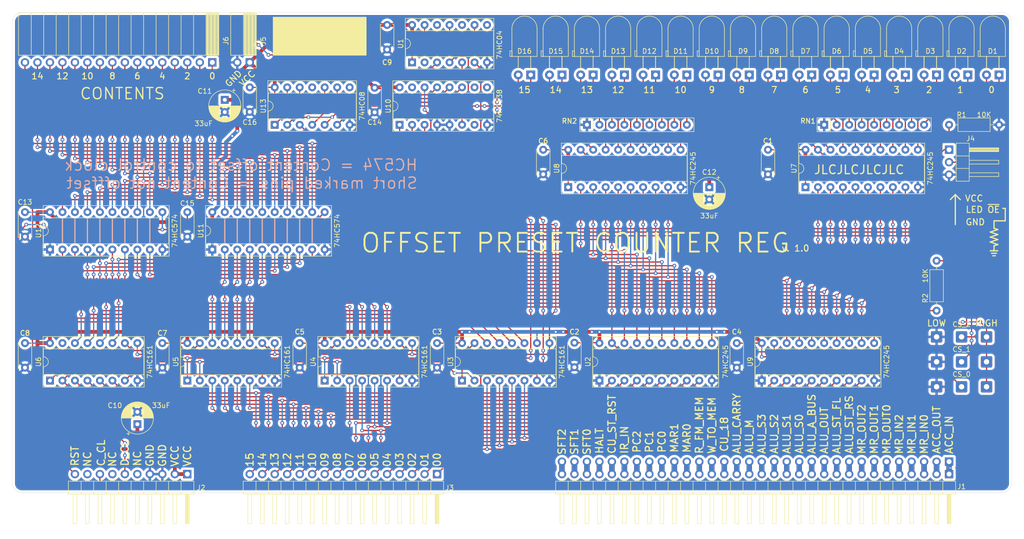
<source format=kicad_pcb>
(kicad_pcb (version 20221018) (generator pcbnew)
  (layers (0 "F.Cu" signal) (31 "B.Cu" signal) (34 "B.Paste" user) (35 "F.Paste" user) (36 "B.SilkS" user "B.Silkscreen") (37 "F.SilkS" user "F.Silkscreen") (38 "B.Mask" user) (39 "F.Mask" user) (44 "Edge.Cuts" user))
  (net 0 "")
  (net 1 "GND")
  (net 2 "VCC")
  (net 3 "Net-(D1-A)")
  (net 4 "Net-(D1-K)")
  (net 5 "Net-(D2-A)")
  (net 6 "Net-(D2-K)")
  (net 7 "Net-(D3-A)")
  (net 8 "Net-(D3-K)")
  (net 9 "Net-(D4-A)")
  (net 10 "Net-(D4-K)")
  (net 11 "Net-(D5-A)")
  (net 12 "Net-(D5-K)")
  (net 13 "Net-(D6-A)")
  (net 14 "Net-(D6-K)")
  (net 15 "Net-(D7-A)")
  (net 16 "Net-(D7-K)")
  (net 17 "Net-(D8-A)")
  (net 18 "Net-(D8-K)")
  (net 19 "/CTNT_15")
  (net 20 "/CTNT_14")
  (net 21 "/CTNT_13")
  (net 22 "/CTNT_12")
  (net 23 "/CTNT_11")
  (net 24 "/CTNT_10")
  (net 25 "/CTNT_09")
  (net 26 "/CTNT_08")
  (net 27 "/CTNT_07")
  (net 28 "/CTNT_06")
  (net 29 "/CTNT_05")
  (net 30 "/CTNT_04")
  (net 31 "/CTNT_03")
  (net 32 "/CTNT_02")
  (net 33 "/CTNT_01")
  (net 34 "/CTNT_00")
  (net 35 "/BUS_00")
  (net 36 "/BUS_01")
  (net 37 "/BUS_02")
  (net 38 "/BUS_03")
  (net 39 "/BUS_04")
  (net 40 "/BUS_05")
  (net 41 "/BUS_06")
  (net 42 "/BUS_07")
  (net 43 "/BUS_08")
  (net 44 "/BUS_09")
  (net 45 "/BUS_10")
  (net 46 "/BUS_11")
  (net 47 "/BUS_12")
  (net 48 "/BUS_13")
  (net 49 "/BUS_14")
  (net 50 "/BUS_15")
  (net 51 "/DATA_CLK")
  (net 52 "/RESET")
  (net 53 "Net-(D9-A)")
  (net 54 "/~{RESET}")
  (net 55 "Net-(D9-K)")
  (net 56 "Net-(D10-A)")
  (net 57 "/LED_~{OE}")
  (net 58 "Net-(D10-K)")
  (net 59 "Net-(D11-A)")
  (net 60 "Net-(D11-K)")
  (net 61 "Net-(D12-A)")
  (net 62 "Net-(D12-K)")
  (net 63 "Net-(D13-A)")
  (net 64 "Net-(D13-K)")
  (net 65 "Net-(D14-A)")
  (net 66 "Net-(D14-K)")
  (net 67 "Net-(D15-A)")
  (net 68 "Net-(D15-K)")
  (net 69 "Net-(D16-A)")
  (net 70 "Net-(D16-K)")
  (net 104 "/CTL_CLK")
  (net 107 "/CTNT_MOD_15")
  (net 108 "/CTNT_MOD_14")
  (net 109 "/CTNT_MOD_13")
  (net 110 "/CTNT_MOD_12")
  (net 111 "/CTNT_MOD_11")
  (net 112 "/CTNT_MOD_10")
  (net 113 "/CTNT_MOD_09")
  (net 114 "/CTNT_MOD_08")
  (net 115 "/CTNT_MOD_07")
  (net 116 "/CTNT_MOD_06")
  (net 117 "/CTNT_MOD_05")
  (net 118 "/CTNT_MOD_04")
  (net 119 "/CTNT_MOD_03")
  (net 120 "/CTNT_MOD_02")
  (net 121 "/CTNT_MOD_01")
  (net 122 "/CTNT_MOD_00")
  (net 123 "/CS_0")
  (net 124 "/CS_01")
  (net 125 "/CS_02")
  (net 126 "/~{EITHER_OUT}")
  (net 127 "/EITHER_COUNT")
  (net 129 "/~{EITHER_COUNT}")
  (net 133 "/~{IN}")
  (net 134 "Net-(U3-TC)")
  (net 135 "Net-(U4-TC)")
  (net 136 "Net-(U5-TC)")
  (net 141 "/~{OUT_AND_COUNT}")
  (net 142 "/~{COUNT}")
  (net 143 "/~{OUT}")
  (footprint "Capacitor_THT:C_Disc_D5.0mm_W2.5mm_P5.00mm" (layer "F.Cu") (at 165.1 118.03 -90)
    (fp_text reference "C2")
    (fp_text value "0.1uF")
  )
  (footprint "Capacitor_THT:C_Disc_D5.0mm_W2.5mm_P5.00mm" (layer "F.Cu") (at 137.16 123.11 90)
    (fp_text reference "C3")
    (fp_text value "0.1uF")
  )
  (footprint "Capacitor_THT:C_Disc_D5.0mm_W2.5mm_P5.00mm" (layer "F.Cu") (at 109.22 123.11 90)
    (fp_text reference "C5")
    (fp_text value "0.1uF")
  )
  (footprint "Capacitor_THT:C_Disc_D5.0mm_W2.5mm_P5.00mm" (layer "F.Cu") (at 81.28 123.11 90)
    (fp_text reference "C7")
    (fp_text value "0.1uF")
  )
  (footprint "Capacitor_THT:C_Disc_D5.0mm_W2.5mm_P5.00mm" (layer "F.Cu") (at 53.34 123.11 90)
    (fp_text reference "C8")
    (fp_text value "0.1uF")
  )
  (footprint "Capacitor_THT:C_Disc_D5.0mm_W2.5mm_P5.00mm" (layer "F.Cu") (at 127 58.34 90)
    (fp_text reference "C9")
    (fp_text value "0.1uF")
  )
  (footprint "sixteen-bit-computer:LED_D5.0mm_Horizontal_O3.81mm_Z3.0mm" (layer "F.Cu") (at 251.46 63.5 180)
    (fp_text reference "D1")
    (fp_text value "LED")
  )
  (footprint "sixteen-bit-computer:LED_D5.0mm_Horizontal_O3.81mm_Z3.0mm" (layer "F.Cu") (at 245.11 63.5 180)
    (fp_text reference "D2")
    (fp_text value "LED")
  )
  (footprint "sixteen-bit-computer:LED_D5.0mm_Horizontal_O3.81mm_Z3.0mm" (layer "F.Cu") (at 238.76 63.5 180)
    (fp_text reference "D3")
    (fp_text value "LED")
  )
  (footprint "sixteen-bit-computer:LED_D5.0mm_Horizontal_O3.81mm_Z3.0mm" (layer "F.Cu") (at 232.41 63.5 180)
    (fp_text reference "D4")
    (fp_text value "LED")
  )
  (footprint "sixteen-bit-computer:LED_D5.0mm_Horizontal_O3.81mm_Z3.0mm" (layer "F.Cu") (at 226.06 63.5 180)
    (fp_text reference "D5")
    (fp_text value "LED")
  )
  (footprint "sixteen-bit-computer:LED_D5.0mm_Horizontal_O3.81mm_Z3.0mm" (layer "F.Cu") (at 219.71 63.5 180)
    (fp_text reference "D6")
    (fp_text value "LED")
  )
  (footprint "sixteen-bit-computer:LED_D5.0mm_Horizontal_O3.81mm_Z3.0mm" (layer "F.Cu") (at 213.36 63.5 180)
    (fp_text reference "D7")
    (fp_text value "LED")
  )
  (footprint "sixteen-bit-computer:LED_D5.0mm_Horizontal_O3.81mm_Z3.0mm" (layer "F.Cu") (at 207.01 63.5 180)
    (fp_text reference "D8")
    (fp_text value "LED")
  )
  (footprint "sixteen-bit-computer:LED_D5.0mm_Horizontal_O3.81mm_Z3.0mm" (layer "F.Cu") (at 200.66 63.5 180)
    (fp_text reference "D9")
    (fp_text value "LED")
  )
  (footprint "sixteen-bit-computer:LED_D5.0mm_Horizontal_O3.81mm_Z3.0mm" (layer "F.Cu") (at 194.31 63.5 180)
    (fp_text reference "D10")
    (fp_text value "LED")
  )
  (footprint "sixteen-bit-computer:LED_D5.0mm_Horizontal_O3.81mm_Z3.0mm" (layer "F.Cu") (at 187.96 63.5 180)
    (fp_text reference "D11")
    (fp_text value "LED")
  )
  (footprint "sixteen-bit-computer:LED_D5.0mm_Horizontal_O3.81mm_Z3.0mm" (layer "F.Cu") (at 181.61 63.5 180)
    (fp_text reference "D12")
    (fp_text value "LED")
  )
  (footprint "sixteen-bit-computer:LED_D5.0mm_Horizontal_O3.81mm_Z3.0mm" (layer "F.Cu") (at 175.26 63.5 180)
    (fp_text reference "D13")
    (fp_text value "LED")
  )
  (footprint "sixteen-bit-computer:LED_D5.0mm_Horizontal_O3.81mm_Z3.0mm" (layer "F.Cu") (at 168.91 63.5 180)
    (fp_text reference "D14")
    (fp_text value "LED")
  )
  (footprint "sixteen-bit-computer:LED_D5.0mm_Horizontal_O3.81mm_Z3.0mm" (layer "F.Cu") (at 162.56 63.5 180)
    (fp_text reference "D15")
    (fp_text value "LED")
  )
  (footprint "sixteen-bit-computer:LED_D5.0mm_Horizontal_O3.81mm_Z3.0mm" (layer "F.Cu") (at 156.21 63.5 180)
    (fp_text reference "D16")
    (fp_text value "LED")
  )
  (footprint "Package_DIP:DIP-14_W7.62mm_Socket" (layer "F.Cu") (at 132.08 60.96 90)
    (fp_text reference "U1")
    (fp_text value "74HC04")
  )
  (footprint "Capacitor_THT:C_Disc_D5.0mm_W2.5mm_P5.00mm" (layer "F.Cu") (at 198.12 118.11 -90)
    (fp_text reference "C4")
    (fp_text value "0.1uF")
  )
  (footprint "Capacitor_THT:C_Disc_D5.0mm_W2.5mm_P5.00mm" (layer "F.Cu") (at 204.47 78.74 -90)
    (fp_text reference "C1")
    (fp_text value "0.1uF")
  )
  (footprint "Capacitor_THT:C_Disc_D5.0mm_W2.5mm_P5.00mm" (layer "F.Cu") (at 158.75 78.74 -90)
    (fp_text reference "C6")
    (fp_text value "0.1uF")
  )
  (footprint "Resistor_THT:R_Array_SIP9" (layer "F.Cu") (at 167.64 73.66)
    (fp_text reference "RN2")
    (fp_text value "VAR")
  )
  (footprint "Resistor_THT:R_Array_SIP9" (layer "F.Cu") (at 215.9 73.66)
    (fp_text reference "RN1")
    (fp_text value "VAR")
  )
  (footprint "Resistor_THT:R_Axial_DIN0207_L6.3mm_D2.5mm_P10.16mm_Horizontal" (layer "F.Cu") (at 241.3 73.66)
    (fp_text reference "R1")
    (fp_text value "10K")
  )
  (footprint "Resistor_THT:R_Axial_DIN0207_L6.3mm_D2.5mm_P10.16mm_Horizontal" (layer "F.Cu") (at 238.76 111.506 90)
    (fp_text reference "R2")
    (fp_text value "10K")
  )
  (footprint "Package_DIP:DIP-16_W7.62mm_Socket" (layer "F.Cu") (at 142.24 125.73 90)
    (fp_text reference "U3")
    (fp_text value "74HC161")
  )
  (footprint "Package_DIP:DIP-20_W7.62mm_Socket" (layer "F.Cu") (at 170.18 125.73 90)
    (fp_text reference "U2")
    (fp_text value "74HC245")
  )
  (footprint "Connector_Wire:SolderWire-0.5sqmm_1x01_D0.9mm_OD2.3mm" (layer "F.Cu") (at 238.76 116.84)
    (fp_text reference "J13")
    (fp_text value "LOW")
  )
  (footprint "Capacitor_THT:CP_Radial_D6.3mm_P2.50mm" (layer "F.Cu") (at 76.2 134.62 90)
    (fp_text reference "C10")
    (fp_text value "33uF")
  )
  (footprint "Package_DIP:DIP-20_W7.62mm_Socket" (layer "F.Cu") (at 91.44 99.06 90)
    (fp_text reference "U11")
    (fp_text value "74HC574")
  )
  (footprint "sixteen-bit-computer:bus-connection" (layer "F.Cu") (at 137.16 144.78 -90)
    (fp_text reference "J3")
    (fp_text value "Conn_01x16_Pin")
  )
  (footprint "Connector_Wire:SolderWire-0.5sqmm_1x01_D0.9mm_OD2.3mm" (layer "F.Cu") (at 248.92 121.92)
    (fp_text reference "J14")
    (fp_text value "HIGH")
  )
  (footprint "Connector_Wire:SolderWire-0.5sqmm_1x01_D0.9mm_OD2.3mm" (layer "F.Cu") (at 248.92 116.84)
    (fp_text reference "J10")
    (fp_text value "HIGH")
  )
  (footprint "Package_DIP:DIP-16_W7.62mm_Socket" (layer "F.Cu") (at 129.54 73.66 90)
    (fp_text reference "U10")
    (fp_text value "74HC138")
  )
  (footprint "Capacitor_THT:C_Disc_D5.0mm_W2.5mm_P5.00mm" (layer "F.Cu") (at 53.34 96.44 90)
    (fp_text reference "C13")
    (fp_text value "0.1uF")
  )
  (footprint "Capacitor_THT:C_Disc_D5.0mm_W2.5mm_P5.00mm" (layer "F.Cu") (at 99.06 71.04 90)
    (fp_text reference "C16")
    (fp_text value "0.1uF")
  )
  (footprint "Connector_Wire:SolderWire-0.5sqmm_1x01_D0.9mm_OD2.3mm" (layer "F.Cu") (at 238.76 121.92)
    (fp_text reference "J11")
    (fp_text value "LOW")
  )
  (footprint "Package_DIP:DIP-20_W7.62mm_Socket" (layer "F.Cu") (at 203.2 125.73 90)
    (fp_text reference "U9")
    (fp_text value "74HC245")
  )
  (footprint "sixteen-bit-computer:aux-connection" (layer "F.Cu") (at 86.36 144.78 -90)
    (fp_text reference "J2")
    (fp_text value "Aux_connection")
  )
  (footprint "Package_DIP:DIP-20_W7.62mm_Socket" (layer "F.Cu") (at 58.42 99.06 90)
    (fp_text reference "U12")
    (fp_text value "74HC574")
  )
  (footprint "Connector_Wire:SolderWire-0.5sqmm_1x01_D0.9mm_OD2.3mm" (layer "F.Cu") (at 238.76 127)
    (fp_text reference "J15")
    (fp_text value "LOW")
  )
  (footprint "sixteen-bit-computer:backplane-connector-annotated" (layer "F.Cu") (at 241.3 144.78 -90)
    (fp_text reference "J1")
    (fp_text value "Control_signal_backplane")
  )
  (footprint "Package_DIP:DIP-14_W7.62mm_Socket" (layer "F.Cu") (at 104.14 73.66 90)
    (fp_text reference "U13")
    (fp_text value "74HC08")
  )
  (footprint "Connector_PinSocket_2.54mm:PinSocket_1x02_P2.54mm_Horizontal" (layer "F.Cu") (at 99.06 60.96 -90)
    (fp_text reference "J5")
    (fp_text value "Conn_01x02_Socket")
  )
  (footprint "Capacitor_THT:C_Disc_D5.0mm_W2.5mm_P5.00mm" (layer "F.Cu") (at 86.36 96.44 90)
    (fp_text reference "C15")
    (fp_text value "0.1uF")
  )
  (footprint "Connector_Wire:SolderWire-0.5sqmm_1x01_D0.9mm_OD2.3mm" (layer "F.Cu") (at 243.84 116.84)
    (fp_text reference "J9")
    (fp_text value "CS_2")
  )
  (footprint "Package_DIP:DIP-16_W7.62mm_Socket" (layer "F.Cu") (at 86.36 125.73 90)
    (fp_text reference "U5")
    (fp_text value "74HC161")
  )
  (footprint "Package_DIP:DIP-16_W7.62mm_Socket" (layer "F.Cu") (at 114.3 125.73 90)
    (fp_text reference "U4")
    (fp_text value "74HC161")
  )
  (footprint "Connector_PinSocket_2.54mm:PinSocket_1x16_P2.54mm_Horizontal" (layer "F.Cu") (at 91.44 60.96 -90)
    (fp_text reference "J6")
    (fp_text value "Conn_01x16_Socket")
  )
  (footprint "Package_DIP:DIP-16_W7.62mm_Socket" (layer "F.Cu") (at 58.42 125.73 90)
    (fp_text reference "U6")
    (fp_text value "74HC161")
  )
  (footprint "Capacitor_THT:CP_Radial_D6.3mm_P2.50mm" (layer "F.Cu") (at 93.98 68.58 -90)
    (fp_text reference "C11")
    (fp_text value "33uF")
  )
  (footprint "Capacitor_THT:C_Disc_D5.0mm_W2.5mm_P5.00mm" (layer "F.Cu") (at 124.46 71.12 90)
    (fp_text reference "C14")
    (fp_text value "0.1uF")
  )
  (footprint "Package_DIP:DIP-20_W7.62mm_Socket" (layer "F.Cu") (at 212.09 86.36 90)
    (fp_text reference "U7")
    (fp_text value "74HC245")
  )
  (footprint "Connector_Wire:SolderWire-0.5sqmm_1x01_D0.9mm_OD2.3mm" (layer "F.Cu") (at 248.92 127)
    (fp_text reference "J12")
    (fp_text value "HIGH")
  )
  (footprint "Package_DIP:DIP-20_W7.62mm_Socket" (layer "F.Cu") (at 163.83 86.36 90)
    (fp_text reference "U8")
    (fp_text value "74HC245")
  )
  (footprint "Connector_Wire:SolderWire-0.5sqmm_1x01_D0.9mm_OD2.3mm" (layer "F.Cu") (at 243.84 121.92)
    (fp_text reference "J8")
    (fp_text value "CS_1")
  )
  (footprint "Connector_Wire:SolderWire-0.5sqmm_1x01_D0.9mm_OD2.3mm" (layer "F.Cu") (at 243.84 127)
    (fp_text reference "J7")
    (fp_text value "CS_0")
  )
  (footprint "Connector_PinHeader_2.54mm:PinHeader_1x03_P2.54mm_Horizontal" (layer "F.Cu") (at 241.3 78.74)
    (fp_text reference "J4")
    (fp_text value "Conn_01x03_Pin")
  )
  (footprint "Capacitor_THT:CP_Radial_D6.3mm_P2.50mm" (layer "F.Cu") (at 192.532 86.36 -90)
    (fp_text reference "C12")
    (fp_text value "33uF")
  )
  (gr_line (start 66.04 92.964) (end 66.04 97.536) (stroke (width 0.254)) (layer "B.SilkS"))
  (gr_line (start 63.5 92.964) (end 63.5 97.536) (stroke (width 0.254)) (layer "B.SilkS"))
  (gr_line (start 68.58 97.536) (end 68.58 92.964) (stroke (width 0.254)) (layer "B.SilkS"))
  (gr_line (start 101.6 97.536) (end 101.6 92.964) (stroke (width 0.254)) (layer "B.SilkS"))
  (gr_line (start 99.06 97.536) (end 99.06 92.964) (stroke (width 0.254)) (layer "B.SilkS"))
  (gr_line (start 71.12 92.964) (end 71.12 97.536) (stroke (width 0.254)) (layer "B.SilkS"))
  (gr_line (start 60.96 92.964) (end 60.96 97.536) (stroke (width 0.254)) (layer "B.SilkS"))
  (gr_line (start 96.52 97.536) (end 96.52 92.964) (stroke (width 0.254)) (layer "B.SilkS"))
  (gr_line (start 109.22 97.536) (end 109.22 92.964) (stroke (width 0.254)) (layer "B.SilkS"))
  (gr_line (start 93.98 97.536) (end 93.98 92.964) (stroke (width 0.254)) (layer "B.SilkS"))
  (gr_line (start 73.66 97.536) (end 73.66 92.964) (stroke (width 0.254)) (layer "B.SilkS"))
  (gr_line (start 76.2 97.536) (end 76.2 92.964) (stroke (width 0.254)) (layer "B.SilkS"))
  (gr_line (start 106.68 97.536) (end 106.68 92.964) (stroke (width 0.254)) (layer "B.SilkS"))
  (gr_line (start 111.76 97.536) (end 111.76 92.964) (stroke (width 0.254)) (layer "B.SilkS"))
  (gr_line (start 104.14 97.536) (end 104.14 92.964) (stroke (width 0.254)) (layer "B.SilkS"))
  (gr_line (start 78.74 97.536) (end 78.74 92.964) (stroke (width 0.254)) (layer "B.SilkS"))
  (gr_line (start 249.682 95.504) (end 251.206 96.012) (stroke (width 0.254)) (layer "F.SilkS"))
  (gr_line (start 251.206 96.012) (end 249.682 96.52) (stroke (width 0.254)) (layer "F.SilkS"))
  (gr_line (start 251.206 97.028) (end 249.682 97.536) (stroke (width 0.254)) (layer "F.SilkS"))
  (gr_line (start 249.682 96.52) (end 251.206 97.028) (stroke (width 0.254)) (layer "F.SilkS"))
  (gr_line (start 251.206 94.996) (end 249.682 95.504) (stroke (width 0.254)) (layer "F.SilkS"))
  (gr_line (start 251.206 94.996) (end 250.444 94.742) (stroke (width 0.254)) (layer "F.SilkS"))
  (gr_line (start 250.444 98.298) (end 251.206 98.044) (stroke (width 0.254)) (layer "F.SilkS"))
  (gr_line (start 250.19 100.33) (end 250.698 100.33) (stroke (width 0.254)) (layer "F.SilkS"))
  (gr_line (start 251.206 98.044) (end 249.682 97.536) (stroke (width 0.254)) (layer "F.SilkS"))
  (gr_line (start 250.444 98.298) (end 250.444 99.314) (stroke (width 0.254)) (layer "F.SilkS"))
  (gr_line (start 249.936 99.822) (end 250.952 99.822) (stroke (width 0.254)) (layer "F.SilkS"))
  (gr_line (start 250.444 94.742) (end 250.444 93.218) (stroke (width 0.254)) (layer "F.SilkS"))
  (gr_line (start 249.682 99.314) (end 251.206 99.314) (stroke (width 0.254)) (layer "F.SilkS"))
  (gr_line (start 250.444 93.218) (end 252.73 93.218) (stroke (width 0.254)) (layer "F.SilkS"))
  (gr_line (start 252.73 90.678) (end 252.222 90.678) (stroke (width 0.254)) (layer "F.SilkS"))
  (gr_line (start 242.57 93.98) (end 242.57 87.884) (stroke (width 0.254)) (layer "F.SilkS"))
  (gr_line (start 242.57 87.884) (end 243.586 88.9) (stroke (width 0.254)) (layer "F.SilkS"))
  (gr_line (start 252.73 93.218) (end 252.73 90.678) (stroke (width 0.254)) (layer "F.SilkS"))
  (gr_line (start 242.57 87.884) (end 241.554 88.9) (stroke (width 0.254)) (layer "F.SilkS"))
  (gr_rect (start 103.886 51.816) (end 122.682 59.436) (stroke (width 0.254)) (fill solid) (layer "F.SilkS"))
  (gr_line (start 50.8 146.685) (end 50.8 52.705) (stroke (width 0.05)) (layer "Edge.Cuts"))
  (gr_arc (start 50.8 52.705) (mid 51.357962 51.357962) (end 52.705 50.8) (stroke (width 0.05)) (layer "Edge.Cuts"))
  (gr_arc (start 254 146.685) (mid 253.442038 148.032038) (end 252.095 148.59) (stroke (width 0.05)) (layer "Edge.Cuts"))
  (gr_line (start 254 52.705) (end 254 146.685) (stroke (width 0.05)) (layer "Edge.Cuts"))
  (gr_line (start 252.095 148.59) (end 52.705 148.59) (stroke (width 0.05)) (layer "Edge.Cuts"))
  (gr_arc (start 252.095 50.8) (mid 253.442038 51.357962) (end 254 52.705) (stroke (width 0.05)) (layer "Edge.Cuts"))
  (gr_arc (start 52.705 148.59) (mid 51.357962 148.032038) (end 50.8 146.685) (stroke (width 0.05)) (layer "Edge.Cuts"))
  (gr_line (start 52.705 50.8) (end 252.095 50.8) (stroke (width 0.05)) (layer "Edge.Cuts"))
  (gr_text "HC574 = Content offset to control clock\nShort marked pins = Content not offfset" (at 133.35 86.868) (layer "B.SilkS") (effects (font (size 2.286 2.286) (thickness 0.254)) (justify left bottom mirror)))
  (gr_text "GND" (at 246.634 93.472) (layer "F.SilkS") (effects (font (size 1.27 1.27) (thickness 0.2032))))
  (gr_text "LED ~{OE}" (at 248.158 90.932) (layer "F.SilkS") (effects (font (size 1.27 1.27) (thickness 0.2032))))
  (gr_text "0" (at 91.44 63.754) (layer "F.SilkS") (effects (font (size 1.27 1.27) (thickness 0.2032))))
  (gr_text "HIGH" (at 248.92 114.046) (layer "F.SilkS") (effects (font (size 1.27 1.27) (thickness 0.2032))))
  (gr_text "4" (at 224.79 66.548) (layer "F.SilkS") (effects (font (size 1.27 1.27) (thickness 0.2032))))
  (gr_text "12" (at 173.99 66.548) (layer "F.SilkS") (effects (font (size 1.27 1.27) (thickness 0.2032))))
  (gr_text "GND" (at 95.758 64.262 45) (layer "F.SilkS") (effects (font (size 1.27 1.27) (thickness 0.2032))))
  (gr_text "3" (at 230.632 66.548) (layer "F.SilkS") (effects (font (size 1.27 1.27) (thickness 0.2032))))
  (gr_text "JLCJLCJLCJLC" (at 223.012 82.804) (layer "F.SilkS") (effects (font (size 1.778 1.778) (thickness 0.254))))
  (gr_text "0" (at 249.936 66.548) (layer "F.SilkS") (effects (font (size 1.27 1.27) (thickness 0.2032))))
  (gr_text "15" (at 154.94 66.548) (layer "F.SilkS") (effects (font (size 1.27 1.27) (thickness 0.2032))))
  (gr_text "13" (at 167.64 66.548) (layer "F.SilkS") (effects (font (size 1.27 1.27) (thickness 0.2032))))
  (gr_text "1" (at 243.586 66.548) (layer "F.SilkS") (effects (font (size 1.27 1.27) (thickness 0.2032))))
  (gr_text "v. 1.0" (at 210.058 98.806) (layer "F.SilkS") (effects (font (size 1.27 1.27) (thickness 0.2032))))
  (gr_text "6" (at 76.2 63.754) (layer "F.SilkS") (effects (font (size 1.27 1.27) (thickness 0.2032))))
  (gr_text "4" (at 81.28 63.754) (layer "F.SilkS") (effects (font (size 1.27 1.27) (thickness 0.2032))))
  (gr_text "8" (at 71.12 63.754) (layer "F.SilkS") (effects (font (size 1.27 1.27) (thickness 0.2032))))
  (gr_text "8" (at 199.136 66.548) (layer "F.SilkS") (effects (font (size 1.27 1.27) (thickness 0.2032))))
  (gr_text "14" (at 55.88 63.754) (layer "F.SilkS") (effects (font (size 1.27 1.27) (thickness 0.2032))))
  (gr_text "14" (at 161.29 66.548) (layer "F.SilkS") (effects (font (size 1.27 1.27) (thickness 0.2032))))
  (gr_text "2" (at 237.236 66.548) (layer "F.SilkS") (effects (font (size 1.27 1.27) (thickness 0.2032))))
  (gr_text "2" (at 86.36 63.754) (layer "F.SilkS") (effects (font (size 1.27 1.27) (thickness 0.2032))))
  (gr_text "12" (at 60.96 63.754) (layer "F.SilkS") (effects (font (size 1.27 1.27) (thickness 0.2032))))
  (gr_text "9" (at 193.04 66.548) (layer "F.SilkS") (effects (font (size 1.27 1.27) (thickness 0.2032))))
  (gr_text "7" (at 205.74 66.548) (layer "F.SilkS") (effects (font (size 1.27 1.27) (thickness 0.2032))))
  (gr_text "10" (at 186.69 66.548) (layer "F.SilkS") (effects (font (size 1.27 1.27) (thickness 0.2032))))
  (gr_text "LOW" (at 238.76 114.046) (layer "F.SilkS") (effects (font (size 1.27 1.27) (thickness 0.2032))))
  (gr_text "10" (at 66.04 63.754) (layer "F.SilkS") (effects (font (size 1.27 1.27) (thickness 0.2032))))
  (gr_text "VCC" (at 98.552 64.262 45) (layer "F.SilkS") (effects (font (size 1.27 1.27) (thickness 0.2032))))
  (gr_text "OFFSET PRESET COUNTER REG" (at 121.412 95.504) (layer "F.SilkS") (effects (font (size 3.81 3.81) (thickness 0.381)) (justify left top)))
  (gr_text "6" (at 212.09 66.548) (layer "F.SilkS") (effects (font (size 1.27 1.27) (thickness 0.2032))))
  (gr_text "VCC" (at 246.38 88.646) (layer "F.SilkS") (effects (font (size 1.27 1.27) (thickness 0.2032))))
  (gr_text "5" (at 218.694 66.548) (layer "F.SilkS") (effects (font (size 1.27 1.27) (thickness 0.2032))))
  (gr_text "CONTENTS" (at 73.152 67.31) (layer "F.SilkS") (effects (font (size 2.286 2.286) (thickness 0.254))))
  (gr_text "11" (at 180.34 66.548) (layer "F.SilkS") (effects (font (size 1.27 1.27) (thickness 0.2032))))
  (segment (start 77.47 92.202) (end 77.47 89.662) (width 0.254) (layer "B.Cu") (net 1))
  (segment (start 120.65 123.698) (end 120.65 127.508) (width 0.254) (layer "B.Cu") (net 1))
  (segment (start 126.619 135.382) (end 126.111 134.874) (width 0.254) (layer "B.Cu") (net 1))
  (segment (start 125.73 123.698) (end 125.73 127.508) (width 0.254) (layer "B.Cu") (net 1))
  (segment (start 123.19 123.698) (end 123.19 127.508) (width 0.254) (layer "B.Cu") (net 1))
  (segment (start 132.08 60.96) (end 132.08 56.134) (width 0.254) (layer "F.Cu") (net 2))
  (segment (start 116.84 69.088) (end 116.84 66.04) (width 0.254) (layer "F.Cu") (net 2))
  (segment (start 145.288 69.85) (end 144.399 69.85) (width 0.254) (layer "F.Cu") (net 2))
  (segment (start 101.6 63.5) (end 99.06 60.96) (width 0.762) (layer "F.Cu") (net 2))
  (segment (start 76.2 139.7) (end 76.2 134.62) (width 0.762) (layer "F.Cu") (net 2))
  (segment (start 153.161995 82.041995) (end 153.16202 82.04197) (width 0.762) (layer "F.Cu") (net 2))
  (segment (start 104.14 63.5) (end 101.6 63.5) (width 0.762) (layer "F.Cu") (net 2))
  (segment (start 106.68 53.34) (end 132.08 53.34) (width 0.762) (layer "F.Cu") (net 2))
  (segment (start 170.18 115.824) (end 170.18 118.11) (width 0.762) (layer "F.Cu") (net 2))
  (segment (start 83.82 140.208) (end 83.82 144.78) (width 0.762) (layer "F.Cu") (net 2))
  (segment (start 114.3 115.824) (end 115.824 115.824) (width 0.762) (layer "F.Cu") (net 2))
  (segment (start 200.914 115.824) (end 203.2 118.11) (width 0.762) (layer "F.Cu") (net 2))
  (segment (start 66.04 139.7) (end 55.88 129.54) (width 0.762) (layer "F.Cu") (net 2))
  (segment (start 147.828 56.134) (end 150.622 58.928) (width 0.762) (layer "F.Cu") (net 2))
  (segment (start 161.29 115.824) (end 162.814 115.824) (width 0.762) (layer "F.Cu") (net 2))
  (segment (start 144.399 69.85) (end 142.24 72.009) (width 0.254) (layer "F.Cu") (net 2))
  (segment (start 212.09 78.74) (end 212.09 82.04197) (width 0.762) (layer "F.Cu") (net 2))
  (segment (start 228.092 120.904) (end 235.204 113.792) (width 0.254) (layer "F.Cu") (net 2))
  (segment (start 55.88 91.44) (end 58.166 91.44) (width 0.762) (layer "F.Cu") (net 2))
  (segment (start 204.47 78.74) (end 212.09 78.74) (width 0.254) (layer "F.Cu") (net 2))
  (segment (start 248.92 115.062) (end 248.92 116.84) (width 0.254) (layer "F.Cu") (net 2))
  (segment (start 60.198 93.472) (end 86.36 93.472) (width 0.762) (layer "F.Cu") (net 2))
  (segment (start 102.616 115.824) (end 114.3 115.824) (width 0.762) (layer "F.Cu") (net 2))
  (segment (start 195.58 115.824) (end 200.914 115.824) (width 0.762) (layer "F.Cu") (net 2))
  (segment (start 75.184 115.824) (end 86.36 115.824) (width 0.762) (layer "F.Cu") (net 2))
  (segment (start 158.75 78.74) (end 163.83 78.74) (width 0.254) (layer "F.Cu") (net 2))
  (segment (start 83.312 139.7) (end 83.82 140.208) (width 0.762) (layer "F.Cu") (net 2))
  (segment (start 163.83 82.04197) (end 195.58 82.04197) (width 0.762) (layer "F.Cu") (net 2))
  (segment (start 101.092 115.824) (end 102.616 115.824) (width 0.762) (layer "F.Cu") (net 2))
  (segment (start 73.406 115.824) (end 75.184 115.824) (width 0.762) (layer "F.Cu") (net 2))
  (segment (start 248.92 116.84) (end 248.92 127) (width 0.254) (layer "F.Cu") (net 2))
  (segment (start 142.24 115.824) (end 143.764 115.824) (width 0.762) (layer "F.Cu") (net 2))
  (segment (start 198.12 118.11) (end 203.2 118.11) (width 0.254) (layer "F.Cu") (net 2))
  (segment (start 142.24 72.009) (end 142.24 73.66) (width 0.254) (layer "F.Cu") (net 2))
  (segment (start 168.656 115.824) (end 170.18 115.824) (width 0.762) (layer "F.Cu") (net 2))
  (segment (start 137.16 118.11) (end 142.16 118.11) (width 0.254) (layer "F.Cu") (net 2))
  (segment (start 95.504 75.946) (end 96.52 74.93) (width 0.762) (layer "F.Cu") (net 2))
  (segment (start 114.3 115.824) (end 114.3 118.11) (width 0.762) (layer "F.Cu") (net 2))
  (segment (start 106.68 66.04) (end 106.68 68.58) (width 0.254) (layer "F.Cu") (net 2))
  (segment (start 195.58 82.04197) (end 208.534 82.04197) (width 0.762) (layer "F.Cu") (net 2))
  (segment (start 121.84 63.5) (end 104.14 63.5) (width 0.762) (layer "F.Cu") (net 2))
  (segment (start 99.06 66.04) (end 104.14 66.04) (width 0.254) (layer "F.Cu") (net 2))
  (segment (start 96.52 68.58) (end 96.52 63.5) (width 0.762) (layer "F.Cu") (net 2))
  (segment (start 163.83 82.04197) (end 163.83 78.74) (width 0.762) (layer "F.Cu") (net 2))
  (segment (start 129.54 66.04) (end 124.38 66.04) (width 0.762) (layer "F.Cu") (net 2))
  (segment (start 86.36 93.472) (end 89.662 93.472) (width 0.762) (layer "F.Cu") (net 2))
  (segment (start 81.28 118.11) (end 86.36 118.11) (width 0.254) (layer "F.Cu") (net 2))
  (segment (start 115.824 115.824) (end 117.856 115.824) (width 0.762) (layer "F.Cu") (net 2))
  (segment (start 236.982 82.04197) (end 212.09 82.04197) (width 0.254) (layer "F.Cu") (net 2))
  (segment (start 153.16202 82.04197) (end 163.83 82.04197) (width 0.762) (layer "F.Cu") (net 2))
  (segment (start 132.08 56.134) (end 147.828 56.134) (width 0.762) (layer "F.Cu") (net 2))
  (segment (start 124.38 66.04) (end 121.84 63.5) (width 0.762) (layer "F.Cu") (net 2))
  (segment (start 99.06 60.96) (end 101.6 58.42) (width 0.762) (layer "F.Cu") (net 2))
  (segment (start 104.14 69.088) (end 106.68 69.088) (width 0.254) (layer "F.Cu") (net 2))
  (segment (start 212.09 86.36) (end 212.09 82.04197) (width 0.254) (layer "F.Cu") (net 2))
  (segment (start 139.7 53.34) (end 139.7 56.134) (width 0.254) (layer "F.Cu") (net 2))
  (segment (start 192.532 82.04197) (end 192.532 86.36) (width 0.762) (layer "F.Cu") (net 2))
  (segment (start 104.14 66.04) (end 104.14 69.088) (width 0.254) (layer "F.Cu") (net 2))
  (segment (start 109.22 66.04) (end 109.22 68.58) (width 0.254) (layer "F.Cu") (net 2))
  (segment (start 170.1 118.03) (end 170.18 118.11) (width 0.254) (layer "F.Cu") (net 2))
  (segment (start 114.3 69.088) (end 116.84 69.088) (width 0.254) (layer "F.Cu") (net 2))
  (segment (start 134.62 53.34) (end 134.62 56.134) (width 0.254) (layer "F.Cu") (net 2))
  (segment (start 55.88 118.364) (end 55.88 91.44) (width 0.762) (layer "F.Cu") (net 2))
  (segment (start 150.622 69.723) (end 150.622 79.502) (width 0.762) (layer "F.Cu") (net 2))
  (segment (start 86.36 115.824) (end 86.36 118.11) (width 0.762) (layer "F.Cu") (net 2))
  (segment (start 83.82 144.78) (end 86.36 144.78) (width 0.762) (layer "F.Cu") (net 2))
  (segment (start 247.65 113.792) (end 248.92 115.062) (width 0.254) (layer "F.Cu") (net 2))
  (segment (start 58.42 115.824) (end 73.406 115.824) (width 0.762) (layer "F.Cu") (net 2))
  (segment (start 203.2 120.904) (end 228.092 120.904) (width 0.254) (layer "F.Cu") (net 2))
  (segment (start 146.812 69.85) (end 150.495 69.85) (width 0.254) (layer "F.Cu") (net 2))
  (segment (start 106.68 69.088) (end 106.68 68.58) (width 0.254) (layer "F.Cu") (net 2))
  (segment (start 58.166 91.44) (end 60.198 93.472) (width 0.762) (layer "F.Cu") (net 2))
  (segment (start 165.1 118.03) (end 170.1 118.03) (width 0.254) (layer "F.Cu") (net 2))
  (segment (start 238.76 101.346) (end 241.046 101.346) (width 0.254) (layer "F.Cu") (net 2))
  (segment (start 58.42 118.11) (end 58.42 115.824) (width 0.762) (layer "F.Cu") (net 2))
  (segment (start 242.062 113.792) (end 244.094 113.792) (width 0.254) (layer "F.Cu") (net 2))
  (segment (start 91.44 93.472) (end 91.44 91.44) (width 0.762) (layer "F.Cu") (net 2))
  (segment (start 144.78 56.134) (end 144.78 53.34) (width 0.254) (layer "F.Cu") (net 2))
  (segment (start 150.622 58.928) (end 150.622 69.723) (width 0.762) (layer "F.Cu") (net 2))
  (segment (start 194.056 115.824) (end 195.58 115.824) (width 0.762) (layer "F.Cu") (net 2))
  (segment (start 150.622 79.502) (end 153.161995 82.041995) (width 0.762) (layer "F.Cu") (net 2))
  (segment (start 96.52 63.5) (end 99.06 60.96) (width 0.762) (layer "F.Cu") (net 2))
  (segment (start 96.52 74.93) (end 96.52 68.58) (width 0.762) (layer "F.Cu") (net 2))
  (segment (start 117.856 115.824) (end 142.24 115.824) (width 0.762) (layer "F.Cu") (net 2))
  (segment (start 104.14 63.5) (end 104.14 66.04) (width 0.762) (layer "F.Cu") (net 2))
  (segment (start 101.6 58.42) (end 106.68 53.34) (width 0.762) (layer "F.Cu") (net 2))
  (segment (start 212.09 82.04197) (end 208.534 82.04197) (width 0.762) (layer "F.Cu") (net 2))
  (segment (start 66.04 139.7) (end 76.2 139.7) (width 0.762) (layer "F.Cu") (net 2))
  (segment (start 96.52 68.58) (end 93.98 68.58) (width 0.762) (layer "F.Cu") (net 2))
  (segment (start 86.36 115.824) (end 101.092 115.824) (width 0.762) (layer "F.Cu") (net 2))
  (segment (start 86.36 91.44) (end 86.36 93.472) (width 0.254) (layer "F.Cu") (net 2))
  (segment (start 109.22 69.088) (end 114.3 69.088) (width 0.254) (layer "F.Cu") (net 2))
  (segment (start 114.3 69.088) (end 114.3 68.58) (width 0.254) (layer "F.Cu") (net 2))
  (segment (start 114.3 66.04) (end 114.3 68.58) (width 0.254) (layer "F.Cu") (net 2))
  (segment (start 235.204 113.792) (end 242.062 113.792) (width 0.254) (layer "F.Cu") (net 2))
  (segment (start 106.68 69.088) (end 109.22 69.088) (width 0.254) (layer "F.Cu") (net 2))
  (segment (start 109.22 68.58) (end 109.22 69.088) (width 0.254) (layer "F.Cu") (net 2))
  (segment (start 55.88 118.11) (end 58.42 118.11) (width 0.762) (layer "F.Cu") (net 2))
  (segment (start 162.814 115.824) (end 168.656 115.824) (width 0.762) (layer "F.Cu") (net 2))
  (segment (start 76.2 139.7) (end 83.312 139.7) (width 0.762) (layer "F.Cu") (net 2))
  (segment (start 89.662 93.472) (end 91.44 93.472) (width 0.762) (layer "F.Cu") (net 2))
  (segment (start 55.88 129.54) (end 55.88 118.364) (width 0.762) (layer "F.Cu") (net 2))
  (segment (start 132.08 53.34) (end 132.08 56.134) (width 0.762) (layer "F.Cu") (net 2))
  (segment (start 163.83 86.36) (end 163.83 82.04197) (width 0.254) (layer "F.Cu") (net 2))
  (segment (start 236.982 82.04197) (end 240.26897 78.755) (width 0.254) (layer "F.Cu") (net 2))
  (segment (start 109.22 118.11) (end 114.3 118.11) (width 0.254) (layer "F.Cu") (net 2))
  (segment (start 241.046 101.346) (end 242.062 102.362) (width 0.254) (layer "F.Cu") (net 2))
  (segment (start 242.062 102.362) (end 242.062 113.792) (width 0.254) (layer "F.Cu") (net 2))
  (segment (start 142.24 115.824) (end 142.24 118.11) (width 0.762) (layer "F.Cu") (net 2))
  (segment (start 240.26897 78.755) (end 241.3 78.755) (width 0.254) (layer "F.Cu") (net 2))
  (via (at 162.814 115.824) (size 0.762) (drill 0.381) (layers "F.Cu" "B.Cu") (net 2))
  (via (at 95.504 75.946) (size 0.762) (drill 0.381) (layers "F.Cu" "B.Cu") (net 2))
  (via (at 247.65 113.792) (size 0.762) (drill 0.381) (layers "F.Cu" "B.Cu") (net 2))
  (via (at 96.52 74.93) (size 0.762) (drill 0.381) (layers "F.Cu" "B.Cu") (net 2))
  (via (at 145.288 69.85) (size 0.762) (drill 0.381) (layers "F.Cu" "B.Cu") (net 2))
  (via (at 194.056 115.824) (size 0.762) (drill 0.381) (layers "F.Cu" "B.Cu") (net 2))
  (via (at 161.29 115.824) (size 0.762) (drill 0.381) (layers "F.Cu" "B.Cu") (net 2))
  (via (at 203.2 120.904) (size 0.762) (drill 0.381) (layers "F.Cu" "B.Cu") (net 2))
  (via (at 170.18 115.824) (size 0.762) (drill 0.381) (layers "F.Cu" "B.Cu") (net 2))
  (via (at 143.764 115.824) (size 0.762) (drill 0.381) (layers "F.Cu" "B.Cu") (net 2))
  (via (at 142.24 115.824) (size 0.762) (drill 0.381) (layers "F.Cu" "B.Cu") (net 2))
  (via (at 195.58 115.824) (size 0.762) (drill 0.381) (layers "F.Cu" "B.Cu") (net 2))
  (via (at 168.656 115.824) (size 0.762) (drill 0.381) (layers "F.Cu" "B.Cu") (net 2))
  (via (at 244.094 113.792) (size 0.762) (drill 0.381) (layers "F.Cu" "B.Cu") (net 2))
  (via (at 146.812 69.85) (size 0.762) (drill 0.381) (layers "F.Cu" "B.Cu") (net 2))
  (segment (start 244.094 113.792) (end 247.65 113.792) (width 0.254) (layer "B.Cu") (net 2))
  (segment (start 53.34 118.11) (end 58.42 118.11) (width 0.254) (layer "B.Cu") (net 2))
  (segment (start 157.48 118.11) (end 157.48 115.824) (width 0.254) (layer "B.Cu") (net 2))
  (segment (start 94.234 80.01) (end 92.71 81.534) (width 0.762) (layer "B.Cu") (net 2))
  (segment (start 53.34 91.44) (end 58.42 91.44) (width 0.254) (layer "B.Cu") (net 2))
  (segment (start 96.52 74.93) (end 94.234 77.216) (width 0.762) (layer "B.Cu") (net 2))
  (segment (start 92.71 81.534) (end 92.71 90.17) (width 0.762) (layer "B.Cu") (net 2))
  (segment (start 157.48 115.824) (end 142.24 115.824) (width 0.762) (layer "B.Cu") (net 2))
  (segment (start 203.2 118.11) (end 203.2 120.904) (width 0.254) (layer "B.Cu") (net 2))
  (segment (start 195.58 115.824) (end 168.656 115.824) (width 0.762) (layer "B.Cu") (net 2))
  (segment (start 94.234 77.216) (end 94.234 80.01) (width 0.762) (layer "B.Cu") (net 2))
  (segment (start 92.71 90.17) (end 91.44 91.44) (width 0.762) (layer "B.Cu") (net 2))
  (segment (start 145.288 69.85) (end 146.812 69.85) (width 0.254) (layer "B.Cu") (net 2))
  (segment (start 162.814 115.824) (end 157.48 115.824) (width 0.762) (layer "B.Cu") (net 2))
  (segment (start 248.92 66.802) (end 248.92 63.5) (width 0.254) (layer "F.Cu") (net 3))
  (segment (start 245.11 70.612) (end 248.92 66.802) (width 0.254) (layer "F.Cu") (net 3))
  (segment (start 236.982 70.612) (end 245.11 70.612) (width 0.254) (layer "F.Cu") (net 3))
  (segment (start 234.95 78.74) (end 234.95 72.644) (width 0.254) (layer "F.Cu") (net 3))
  (segment (start 234.95 72.644) (end 236.982 70.612) (width 0.254) (layer "F.Cu") (net 3))
  (segment (start 246.888 71.628) (end 251.46 67.056) (width 0.254) (layer "F.Cu") (net 4))
  (segment (start 236.22 73.406) (end 237.998 71.628) (width 0.254) (layer "F.Cu") (net 4))
  (segment (start 251.46 67.056) (end 251.46 63.5) (width 0.254) (layer "F.Cu") (net 4))
  (segment (start 237.998 71.628) (end 246.888 71.628) (width 0.254) (layer "F.Cu") (net 4))
  (segment (start 236.22 73.66) (end 236.22 73.406) (width 0.254) (layer "F.Cu") (net 4))
  (segment (start 242.57 63.5) (end 242.57 66.294) (width 0.254) (layer "F.Cu") (net 5))
  (segment (start 235.712 68.58) (end 232.41 71.882) (width 0.254) (layer "F.Cu") (net 5))
  (segment (start 240.284 68.58) (end 235.712 68.58) (width 0.254) (layer "F.Cu") (net 5))
  (segment (start 242.57 66.294) (end 240.284 68.58) (width 0.254) (layer "F.Cu") (net 5))
  (segment (start 232.41 71.882) (end 232.41 78.74) (width 0.254) (layer "F.Cu") (net 5))
  (segment (start 245.11 66.548) (end 245.11 63.5) (width 0.254) (layer "F.Cu") (net 6))
  (segment (start 233.68 72.136) (end 236.22 69.596) (width 0.254) (layer "F.Cu") (net 6))
  (segment (start 236.22 69.596) (end 242.062 69.596) (width 0.254) (layer "F.Cu") (net 6))
  (segment (start 242.062 69.596) (end 245.11 66.548) (width 0.254) (layer "F.Cu") (net 6))
  (segment (start 233.68 73.66) (end 233.68 72.136) (width 0.254) (layer "F.Cu") (net 6))
  (segment (start 229.87 70.358) (end 229.87 78.74) (width 0.254) (layer "F.Cu") (net 7))
  (segment (start 236.22 63.5) (end 236.22 65.532) (width 0.254) (layer "F.Cu") (net 7))
  (segment (start 235.458 66.294) (end 233.934 66.294) (width 0.254) (layer "F.Cu") (net 7))
  (segment (start 236.22 65.532) (end 235.458 66.294) (width 0.254) (layer "F.Cu") (net 7))
  (segment (start 233.934 66.294) (end 229.87 70.358) (width 0.254) (layer "F.Cu") (net 7))
  (segment (start 231.14 71.12) (end 234.696 67.564) (width 0.254) (layer "F.Cu") (net 8))
  (segment (start 238.76 66.548) (end 238.76 63.5) (width 0.254) (layer "F.Cu") (net 8))
  (segment (start 237.744 67.564) (end 238.76 66.548) (width 0.254) (layer "F.Cu") (net 8))
  (segment (start 231.14 73.66) (end 231.14 71.12) (width 0.254) (layer "F.Cu") (net 8))
  (segment (start 234.696 67.564) (end 237.744 67.564) (width 0.254) (layer "F.Cu") (net 8))
  (segment (start 227.33 69.342) (end 227.33 78.74) (width 0.254) (layer "F.Cu") (net 9))
  (segment (start 229.87 63.5) (end 229.87 66.802) (width 0.254) (layer "F.Cu") (net 9))
  (segment (start 229.87 66.802) (end 227.33 69.342) (width 0.254) (layer "F.Cu") (net 9))
  (segment (start 228.6 73.66) (end 228.6 69.596) (width 0.254) (layer "F.Cu") (net 10))
  (segment (start 232.41 65.786) (end 232.41 63.754) (width 0.254) (layer "F.Cu") (net 10))
  (segment (start 228.6 69.596) (end 232.41 65.786) (width 0.254) (layer "F.Cu") (net 10))
  (segment (start 224.79 68.58) (end 223.52 67.31) (width 0.254) (layer "F.Cu") (net 11))
  (segment (start 223.52 67.31) (end 223.52 63.5) (width 0.254) (layer "F.Cu") (net 11))
  (segment (start 224.79 78.74) (end 224.79 68.58) (width 0.254) (layer "F.Cu") (net 11))
  (segment (start 226.06 63.5) (end 226.06 64.654) (width 0.254) (layer "F.Cu") (net 12))
  (segment (start 226.06 64.654) (end 226.06 73.406) (width 0.254) (layer "F.Cu") (net 12))
  (segment (start 222.25 78.74) (end 222.25 70.358) (width 0.254) (layer "F.Cu") (net 13))
  (segment (start 217.17 67.564) (end 217.17 63.5) (width 0.254) (layer "F.Cu") (net 13))
  (segment (start 220.472 68.58) (end 218.186 68.58) (width 0.254) (layer "F.Cu") (net 13))
  (segment (start 218.186 68.58) (end 217.17 67.564) (width 0.254) (layer "F.Cu") (net 13))
  (segment (start 222.25 70.358) (end 220.472 68.58) (width 0.254) (layer "F.Cu") (net 13))
  (segment (start 223.52 73.66) (end 223.52 69.596) (width 0.254) (layer "F.Cu") (net 14))
  (segment (start 219.71 66.548) (end 219.71 63.5) (width 0.254) (layer "F.Cu") (net 14))
  (segment (start 220.726 67.564) (end 219.71 66.548) (width 0.254) (layer "F.Cu") (net 14))
  (segment (start 223.52 69.596) (end 221.488 67.564) (width 0.254) (layer "F.Cu") (net 14))
  (segment (start 221.488 67.564) (end 220.726 67.564) (width 0.254) (layer "F.Cu") (net 14))
  (segment (start 219.71 78.74) (end 219.71 71.882) (width 0.254) (layer "F.Cu") (net 15))
  (segment (start 218.44 70.612) (end 214.884 70.612) (width 0.254) (layer "F.Cu") (net 15))
  (segment (start 219.71 71.882) (end 218.44 70.612) (width 0.254) (layer "F.Cu") (net 15))
  (segment (start 210.82 66.548) (end 210.82 63.5) (width 0.254) (layer "F.Cu") (net 15))
  (segment (start 214.884 70.612) (end 210.82 66.548) (width 0.254) (layer "F.Cu") (net 15))
  (segment (start 213.36 66.04) (end 216.916 69.596) (width 0.254) (layer "F.Cu") (net 16))
  (segment (start 216.916 69.596) (end 219.71 69.596) (width 0.254) (layer "F.Cu") (net 16))
  (segment (start 213.36 63.5) (end 213.36 66.04) (width 0.254) (layer "F.Cu") (net 16))
  (segment (start 220.98 70.866) (end 220.98 73.66) (width 0.254) (layer "F.Cu") (net 16))
  (segment (start 219.71 69.596) (end 220.98 70.866) (width 0.254) (layer "F.Cu") (net 16))
  (segment (start 204.47 66.04) (end 204.47 63.5) (width 0.254) (layer "F.Cu") (net 17))
  (segment (start 217.17 78.74) (end 204.47 66.04) (width 0.254) (layer "F.Cu") (net 17))
  (segment (start 218.44 72.898) (end 218.44 73.66) (width 0.254) (layer "F.Cu") (net 18))
  (segment (start 212.598 71.628) (end 217.17 71.628) (width 0.254) (layer "F.Cu") (net 18))
  (segment (start 207.01 66.04) (end 212.598 71.628) (width 0.254) (layer "F.Cu") (net 18))
  (segment (start 207.01 63.5) (end 207.01 66.04) (width 0.254) (layer "F.Cu") (net 18))
  (segment (start 217.17 71.628) (end 218.44 72.898) (width 0.254) (layer "F.Cu") (net 18))
  (segment (start 111.76 101.092) (end 111.76 99.06) (width 0.254) (layer "F.Cu") (net 19))
  (segment (start 72.39 109.982) (end 72.39 104.14) (width 0.254) (layer "F.Cu") (net 19))
  (segment (start 72.39 101.092) (end 111.76 101.092) (width 0.254) (layer "F.Cu") (net 19))
  (via (at 72.39 109.982) (size 0.762) (drill 0.381) (layers "F.Cu" "B.Cu") (net 19))
  (via (at 72.39 101.092) (size 0.762) (drill 0.381) (layers "F.Cu" "B.Cu") (net 19))
  (via (at 72.39 104.14) (size 0.762) (drill 0.381) (layers "F.Cu" "B.Cu") (net 19))
  (segment (start 71.12 117.856) (end 72.39 116.586) (width 0.254) (layer "B.Cu") (net 19))
  (segment (start 71.12 118.11) (end 71.12 117.856) (width 0.254) (layer "B.Cu") (net 19))
  (segment (start 72.39 104.14) (end 72.39 101.092) (width 0.254) (layer "B.Cu") (net 19))
  (segment (start 72.39 116.586) (end 72.39 109.982) (width 0.254) (layer "B.Cu") (net 19))
  (segment (start 109.22 101.854) (end 69.85 101.854) (width 0.254) (layer "F.Cu") (net 20))
  (segment (start 69.85 110.744) (end 69.85 104.14) (width 0.254) (layer "F.Cu") (net 20))
  (via (at 109.22 101.854) (size 0.762) (drill 0.381) (layers "F.Cu" "B.Cu") (net 20))
  (via (at 69.85 104.14) (size 0.762) (drill 0.381) (layers "F.Cu" "B.Cu") (net 20))
  (via (at 69.85 101.854) (size 0.762) (drill 0.381) (layers "F.Cu" "B.Cu") (net 20))
  (via (at 69.85 110.744) (size 0.762) (drill 0.381) (layers "F.Cu" "B.Cu") (net 20))
  (segment (start 68.58 118.11) (end 69.85 116.84) (width 0.254) (layer "B.Cu") (net 20))
  (segment (start 109.22 99.06) (end 109.22 101.854) (width 0.254) (layer "B.Cu") (net 20))
  (segment (start 69.85 104.14) (end 69.85 101.854) (width 0.254) (layer "B.Cu") (net 20))
  (segment (start 69.85 116.84) (end 69.85 110.744) (width 0.254) (layer "B.Cu") (net 20))
  (segment (start 67.31 111.506) (end 67.31 104.14) (width 0.254) (layer "F.Cu") (net 21))
  (segment (start 67.31 102.616) (end 106.68 102.616) (width 0.254) (layer "F.Cu") (net 21))
  (via (at 106.68 102.616) (size 0.762) (drill 0.381) (layers "F.Cu" "B.Cu") (net 21))
  (via (at 67.31 104.14) (size 0.762) (drill 0.381) (layers "F.Cu" "B.Cu") (net 21))
  (via (at 67.31 111.506) (size 0.762) (drill 0.381) (layers "F.Cu" "B.Cu") (net 21))
  (via (at 67.31 102.616) (size 0.762) (drill 0.381) (layers "F.Cu" "B.Cu") (net 21))
  (segment (start 67.31 116.84) (end 67.31 111.506) (width 0.254) (layer "B.Cu") (net 21))
  (segment (start 67.31 104.14) (end 67.31 102.616) (width 0.254) (layer "B.Cu") (net 21))
  (segment (start 106.68 99.06) (end 106.68 102.616) (width 0.254) (layer "B.Cu") (net 21))
  (segment (start 66.04 118.11) (end 67.31 116.84) (width 0.254) (layer "B.Cu") (net 21))
  (segment (start 64.77 112.268) (end 64.77 103.378) (width 0.254) (layer "F.Cu") (net 22))
  (segment (start 104.14 103.378) (end 64.77 103.378) (width 0.254) (layer "F.Cu") (net 22))
  (via (at 64.77 112.268) (size 0.762) (drill 0.381) (layers "F.Cu" "B.Cu") (net 22))
  (via (at 104.14 103.378) (size 0.762) (drill 0.381) (layers "F.Cu" "B.Cu") (net 22))
  (segment (start 63.5 118.11) (end 64.77 116.84) (width 0.254) (layer "B.Cu") (net 22))
  (segment (start 104.14 99.06) (end 104.14 103.378) (width 0.254) (layer "B.Cu") (net 22))
  (segment (start 64.77 116.84) (end 64.77 112.268) (width 0.254) (layer "B.Cu") (net 22))
  (segment (start 99.06 108.204) (end 99.06 109.22) (width 0.254) (layer "F.Cu") (net 23))
  (segment (start 101.6 105.664) (end 99.06 108.204) (width 0.254) (layer "F.Cu") (net 23))
  (via (at 101.6 105.664) (size 0.762) (drill 0.381) (layers "F.Cu" "B.Cu") (net 23))
  (via (at 99.06 109.22) (size 0.762) (drill 0.381) (layers "F.Cu" "B.Cu") (net 23))
  (segment (start 99.06 109.22) (end 99.06 118.11) (width 0.254) (layer "B.Cu") (net 23))
  (segment (start 101.6 99.06) (end 101.6 105.664) (width 0.254) (layer "B.Cu") (net 23))
  (segment (start 99.06 105.664) (end 96.52 108.204) (width 0.254) (layer "F.Cu") (net 24))
  (segment (start 96.52 108.204) (end 96.52 109.22) (width 0.254) (layer "F.Cu") (net 24))
  (via (at 96.52 109.22) (size 0.762) (drill 0.381) (layers "F.Cu" "B.Cu") (net 24))
  (via (at 99.06 105.664) (size 0.762) (drill 0.381) (layers "F.Cu" "B.Cu") (net 24))
  (segment (start 96.52 109.22) (end 96.52 118.11) (width 0.254) (layer "B.Cu") (net 24))
  (segment (start 99.06 105.664) (end 99.06 99.06) (width 0.254) (layer "B.Cu") (net 24))
  (segment (start 96.52 105.664) (end 93.98 108.204) (width 0.254) (layer "F.Cu") (net 25))
  (segment (start 93.98 108.204) (end 93.98 109.22) (width 0.254) (layer "F.Cu") (net 25))
  (via (at 93.98 109.22) (size 0.762) (drill 0.381) (layers "F.Cu" "B.Cu") (net 25))
  (via (at 96.52 105.664) (size 0.762) (drill 0.381) (layers "F.Cu" "B.Cu") (net 25))
  (segment (start 93.98 109.22) (end 93.98 118.11) (width 0.254) (layer "B.Cu") (net 25))
  (segment (start 96.52 99.06) (end 96.52 105.664) (width 0.254) (layer "B.Cu") (net 25))
  (segment (start 93.98 105.664) (end 91.44 108.204) (width 0.254) (layer "F.Cu") (net 26))
  (segment (start 91.44 108.204) (end 91.44 109.22) (width 0.254) (layer "F.Cu") (net 26))
  (via (at 91.44 109.22) (size 0.762) (drill 0.381) (layers "F.Cu" "B.Cu") (net 26))
  (via (at 93.98 105.664) (size 0.762) (drill 0.381) (layers "F.Cu" "B.Cu") (net 26))
  (segment (start 93.98 105.664) (end 93.98 99.06) (width 0.254) (layer "B.Cu") (net 26))
  (segment (start 91.44 109.22) (end 91.44 118.11) (width 0.254) (layer "B.Cu") (net 26))
  (segment (start 127 110.744) (end 120.396 104.14) (width 0.254) (layer "F.Cu") (net 27))
  (segment (start 120.396 104.14) (end 78.74 104.14) (width 0.254) (layer "F.Cu") (net 27))
  (via (at 78.74 104.14) (size 0.762) (drill 0.381) (layers "F.Cu" "B.Cu") (net 27))
  (via (at 127 110.744) (size 0.762) (drill 0.381) (layers "F.Cu" "B.Cu") (net 27))
  (segment (start 127 118.11) (end 127 110.744) (width 0.254) (layer "B.Cu") (net 27))
  (segment (start 78.74 99.06) (end 78.74 104.14) (width 0.254) (layer "B.Cu") (net 27))
  (segment (start 76.962 104.902) (end 76.2 104.14) (width 0.254) (layer "F.Cu") (net 28))
  (segment (start 124.46 110.744) (end 118.618 104.902) (width 0.254) (layer "F.Cu") (net 28))
  (segment (start 118.618 104.902) (end 76.962 104.902) (width 0.254) (layer "F.Cu") (net 28))
  (via (at 124.46 110.744) (size 0.762) (drill 0.381) (layers "F.Cu" "B.Cu") (net 28))
  (via (at 76.2 104.14) (size 0.762) (drill 0.381) (layers "F.Cu" "B.Cu") (net 28))
  (segment (start 124.46 118.11) (end 124.46 110.744) (width 0.254) (layer "B.Cu") (net 28))
  (segment (start 76.2 99.06) (end 76.2 104.14) (width 0.254) (layer "B.Cu") (net 28))
  (segment (start 73.66 104.14) (end 73.66 109.982) (width 0.254) (layer "F.Cu") (net 29))
  (segment (start 73.66 109.982) (end 121.158 109.982) (width 0.254) (layer "F.Cu") (net 29))
  (segment (start 121.158 109.982) (end 121.92 110.744) (width 0.254) (layer "F.Cu") (net 29))
  (via (at 73.66 104.14) (size 0.762) (drill 0.381) (layers "F.Cu" "B.Cu") (net 29))
  (via (at 121.92 110.744) (size 0.762) (drill 0.381) (layers "F.Cu" "B.Cu") (net 29))
  (segment (start 121.92 118.11) (end 121.92 110.744) (width 0.254) (layer "B.Cu") (net 29))
  (segment (start 73.66 99.06) (end 73.66 104.14) (width 0.254) (layer "B.Cu") (net 29))
  (segment (start 71.12 110.744) (end 71.12 104.14) (width 0.254) (layer "F.Cu") (net 30))
  (segment (start 119.38 110.744) (end 71.12 110.744) (width 0.254) (layer "F.Cu") (net 30))
  (segment (start 71.12 101.092) (end 71.12 99.06) (width 0.254) (layer "F.Cu") (net 30))
  (via (at 119.38 110.744) (size 0.762) (drill 0.381) (layers "F.Cu" "B.Cu") (net 30))
  (via (at 71.12 104.14) (size 0.762) (drill 0.381) (layers "F.Cu" "B.Cu") (net 30))
  (via (at 71.12 101.092) (size 0.762) (drill 0.381) (layers "F.Cu" "B.Cu") (net 30))
  (segment (start 119.38 118.11) (end 119.38 110.744) (width 0.254) (layer "B.Cu") (net 30))
  (segment (start 71.12 104.14) (end 71.12 101.092) (width 0.254) (layer "B.Cu") (net 30))
  (segment (start 68.58 99.06) (end 68.58 101.854) (width 0.254) (layer "F.Cu") (net 31))
  (segment (start 68.58 111.506) (end 148.336 111.506) (width 0.254) (layer "F.Cu") (net 31))
  (segment (start 148.336 111.506) (end 154.94 118.11) (width 0.254) (layer "F.Cu") (net 31))
  (segment (start 68.58 104.14) (end 68.58 111.506) (width 0.254) (layer "F.Cu") (net 31))
  (via (at 68.58 101.854) (size 0.762) (drill 0.381) (layers "F.Cu" "B.Cu") (net 31))
  (via (at 68.58 104.14) (size 0.762) (drill 0.381) (layers "F.Cu" "B.Cu") (net 31))
  (segment (start 68.58 101.854) (end 68.58 104.14) (width 0.254) (layer "B.Cu") (net 31))
  (segment (start 152.4 118.11) (end 146.558 112.268) (width 0.254) (layer "F.Cu") (net 32))
  (segment (start 146.558 112.268) (end 66.04 112.268) (width 0.254) (layer "F.Cu") (net 32))
  (segment (start 66.04 112.268) (end 66.04 104.14) (width 0.254) (layer "F.Cu") (net 32))
  (segment (start 66.04 102.616) (end 66.04 99.06) (width 0.254) (layer "F.Cu") (net 32))
  (via (at 66.04 104.14) (size 0.762) (drill 0.381) (layers "F.Cu" "B.Cu") (net 32))
  (via (at 66.04 102.616) (size 0.762) (drill 0.381) (layers "F.Cu" "B.Cu") (net 32))
  (segment (start 66.04 104.14) (end 66.04 102.616) (width 0.254) (layer "B.Cu") (net 32))
  (segment (start 63.5 99.06) (end 63.5 113.03) (width 0.254) (layer "F.Cu") (net 33))
  (segment (start 144.78 113.03) (end 149.86 118.11) (width 0.254) (layer "F.Cu") (net 33))
  (segment (start 63.5 113.03) (end 144.78 113.03) (width 0.254) (layer "F.Cu") (net 33))
  (segment (start 143.002 113.792) (end 60.96 113.792) (width 0.254) (layer "F.Cu") (net 34))
  (segment (start 147.32 118.11) (end 143.002 113.792) (width 0.254) (layer "F.Cu") (net 34))
  (segment (start 60.96 113.792) (end 60.96 99.06) (width 0.254) (layer "F.Cu") (net 34))
  (segment (start 142.24 139.7) (end 147.32 139.7) (width 0.254) (layer "F.Cu") (net 35))
  (segment (start 137.16 144.78) (end 142.24 139.7) (width 0.254) (layer "F.Cu") (net 35))
  (segment (start 147.32 139.7) (end 209.55 139.7) (width 0.254) (layer "F.Cu") (net 35))
  (segment (start 209.55 139.7) (end 223.52 125.73) (width 0.254) (layer "F.Cu") (net 35))
  (via (at 147.32 139.7) (size 0.762) (drill 0.381) (layers "F.Cu" "B.Cu") (net 35))
  (segment (start 147.32 125.73) (end 147.32 139.7) (width 0.254) (layer "B.Cu") (net 35))
  (segment (start 134.62 144.78) (end 140.462 138.938) (width 0.254) (layer "F.Cu") (net 36))
  (segment (start 149.86 138.938) (end 207.772 138.938) (width 0.254) (layer "F.Cu") (net 36))
  (segment (start 207.772 138.938) (end 220.98 125.73) (width 0.254) (layer "F.Cu") (net 36))
  (segment (start 140.462 138.938) (end 149.86 138.938) (width 0.254) (layer "F.Cu") (net 36))
  (via (at 149.86 138.938) (size 0.762) (drill 0.381) (layers "F.Cu" "B.Cu") (net 36))
  (segment (start 149.86 125.73) (end 149.86 138.938) (width 0.254) (layer "B.Cu") (net 36))
  (segment (start 152.4 138.176) (end 205.994 138.176) (width 0.254) (layer "F.Cu") (net 37))
  (segment (start 205.994 138.176) (end 218.44 125.73) (width 0.254) (layer "F.Cu") (net 37))
  (segment (start 138.684 138.176) (end 152.4 138.176) (width 0.254) (layer "F.Cu") (net 37))
  (segment (start 132.08 144.78) (end 138.684 138.176) (width 0.254) (layer "F.Cu") (net 37))
  (via (at 152.4 138.176) (size 0.762) (drill 0.381) (layers "F.Cu" "B.Cu") (net 37))
  (segment (start 152.4 125.73) (end 152.4 138.176) (width 0.254) (layer "B.Cu") (net 37))
  (segment (start 215.9 125.73) (end 204.216 137.414) (width 0.254) (layer "F.Cu") (net 38))
  (segment (start 154.94 137.414) (end 136.906 137.414) (width 0.254) (layer "F.Cu") (net 38))
  (segment (start 204.216 137.414) (end 154.94 137.414) (width 0.254) (layer "F.Cu") (net 38))
  (segment (start 136.906 137.414) (end 129.54 144.78) (width 0.254) (layer "F.Cu") (net 38))
  (via (at 154.94 137.414) (size 0.762) (drill 0.381) (layers "F.Cu" "B.Cu") (net 38))
  (segment (start 154.94 125.73) (end 154.94 137.414) (width 0.254) (layer "B.Cu") (net 38))
  (segment (start 128.27 136.652) (end 127 136.652) (width 0.254) (layer "F.Cu") (net 39))
  (segment (start 128.27 143.51) (end 128.27 136.652) (width 0.254) (layer "F.Cu") (net 39))
  (segment (start 119.38 134.366) (end 119.38 136.652) (width 0.254) (layer "F.Cu") (net 39))
  (segment (start 119.38 136.652) (end 127 136.652) (width 0.254) (layer "F.Cu") (net 39))
  (segment (start 127 136.652) (end 202.438 136.652) (width 0.254) (layer "F.Cu") (net 39))
  (segment (start 202.438 136.652) (end 213.36 125.73) (width 0.254) (layer "F.Cu") (net 39))
  (segment (start 127 144.78) (end 128.27 143.51) (width 0.254) (layer "F.Cu") (net 39))
  (via (at 119.38 134.366) (size 0.762) (drill 0.381) (layers "F.Cu" "B.Cu") (net 39))
  (segment (start 119.38 125.73) (end 119.38 134.366) (width 0.254) (layer "B.Cu") (net 39))
  (segment (start 125.73 135.89) (end 200.66 135.89) (width 0.254) (layer "F.Cu") (net 40))
  (segment (start 121.92 135.89) (end 125.73 135.89) (width 0.254) (layer "F.Cu") (net 40))
  (segment (start 124.46 144.78) (end 125.73 143.51) (width 0.254) (layer "F.Cu") (net 40))
  (segment (start 125.73 143.51) (end 125.73 137.414) (width 0.254) (layer "F.Cu") (net 40))
  (segment (start 200.66 135.89) (end 210.82 125.73) (width 0.254) (layer "F.Cu") (net 40))
  (via (at 125.73 137.414) (size 0.762) (drill 0.381) (layers "F.Cu" "B.Cu") (net 40))
  (via (at 125.73 135.89) (size 0.762) (drill 0.381) (layers "F.Cu" "B.Cu") (net 40))
  (via (at 121.92 135.89) (size 0.762) (drill 0.381) (layers "F.Cu" "B.Cu") (net 40))
  (segment (start 121.92 135.89) (end 121.92 125.73) (width 0.254) (layer "B.Cu") (net 40))
  (segment (start 125.73 137.414) (end 125.73 135.89) (width 0.254) (layer "B.Cu") (net 40))
  (segment (start 124.46 135.128) (end 198.882 135.128) (width 0.254) (layer "F.Cu") (net 41))
  (segment (start 123.19 143.51) (end 121.92 144.78) (width 0.254) (layer "F.Cu") (net 41))
  (segment (start 198.882 135.128) (end 208.28 125.73) (width 0.254) (layer "F.Cu") (net 41))
  (segment (start 123.19 137.414) (end 123.19 143.51) (width 0.254) (layer "F.Cu") (net 41))
  (segment (start 123.19 135.128) (end 124.46 135.128) (width 0.254) (layer "F.Cu") (net 41))
  (via (at 124.46 135.128) (size 0.762) (drill 0.381) (layers "F.Cu" "B.Cu") (net 41))
  (via (at 123.19 135.128) (size 0.762) (drill 0.381) (layers "F.Cu" "B.Cu") (net 41))
  (via (at 123.19 137.414) (size 0.762) (drill 0.381) (layers "F.Cu" "B.Cu") (net 41))
  (segment (start 123.19 137.414) (end 123.19 135.128) (width 0.254) (layer "B.Cu") (net 41))
  (segment (start 124.46 125.73) (end 124.46 135.128) (width 0.254) (layer "B.Cu") (net 41))
  (segment (start 127 134.366) (end 197.104 134.366) (width 0.254) (layer "F.Cu") (net 42))
  (segment (start 127 134.366) (end 120.65 134.366) (width 0.254) (layer "F.Cu") (net 42))
  (segment (start 119.38 144.78) (end 120.65 143.51) (width 0.254) (layer "F.Cu") (net 42))
  (segment (start 197.104 134.366) (end 205.74 125.73) (width 0.254) (layer "F.Cu") (net 42))
  (segment (start 120.65 143.51) (end 120.65 137.414) (width 0.254) (layer "F.Cu") (net 42))
  (via (at 120.65 137.414) (size 0.762) (drill 0.381) (layers "F.Cu" "B.Cu") (net 42))
  (via (at 127 134.366) (size 0.762) (drill 0.381) (layers "F.Cu" "B.Cu") (net 42))
  (via (at 120.65 134.366) (size 0.762) (drill 0.381) (layers "F.Cu" "B.Cu") (net 42))
  (segment (start 127 134.366) (end 127 125.73) (width 0.254) (layer "B.Cu") (net 42))
  (segment (start 120.65 137.414) (end 120.65 134.366) (width 0.254) (layer "B.Cu") (net 42))
  (segment (start 190.5 125.73) (end 182.626 133.604) (width 0.254) (layer "F.Cu") (net 43))
  (segment (start 118.11 143.51) (end 116.84 144.78) (width 0.254) (layer "F.Cu") (net 43))
  (segment (start 93.726 133.604) (end 91.44 131.318) (width 0.254) (layer "F.Cu") (net 43))
  (segment (start 118.11 133.604) (end 118.11 143.51) (width 0.254) (layer "F.Cu") (net 43))
  (segment (start 118.0555 133.604) (end 93.726 133.604) (width 0.254) (layer "F.Cu") (net 43))
  (segment (start 182.626 133.604) (end 118.0555 133.604) (width 0.254) (layer "F.Cu") (net 43))
  (via (at 91.44 131.318) (size 0.762) (drill 0.381) (layers "F.Cu" "B.Cu") (net 43))
  (segment (start 91.44 125.73) (end 91.44 131.318) (width 0.254) (layer "B.Cu") (net 43))
  (segment (start 115.57 132.842) (end 180.848 132.842) (width 0.254) (layer "F.Cu") (net 44))
  (segment (start 95.504 132.842) (end 93.98 131.318) (width 0.254) (layer "F.Cu") (net 44))
  (segment (start 115.57 143.51) (end 114.3 144.78) (width 0.254) (layer "F.Cu") (net 44))
  (segment (start 115.57 132.842) (end 95.504 132.842) (width 0.254) (layer "F.Cu") (net 44))
  (segment (start 180.848 132.842) (end 187.96 125.73) (width 0.254) (layer "F.Cu") (net 44))
  (segment (start 115.57 134.366) (end 115.57 143.51) (width 0.254) (layer "F.Cu") (net 44))
  (via (at 115.57 134.366) (size 0.762) (drill 0.381) (layers "F.Cu" "B.Cu") (net 44))
  (via (at 115.57 132.842) (size 0.762) (drill 0.381) (layers "F.Cu" "B.Cu") (net 44))
  (via (at 93.98 131.318) (size 0.762) (drill 0.381) (layers "F.Cu" "B.Cu") (net 44))
  (segment (start 115.57 134.366) (end 115.57 132.842) (width 0.254) (layer "B.Cu") (net 44))
  (segment (start 93.98 125.73) (end 93.98 131.318) (width 0.254) (layer "B.Cu") (net 44))
  (segment (start 179.07 132.08) (end 113.03 132.08) (width 0.254) (layer "F.Cu") (net 45))
  (segment (start 113.03 134.3115) (end 113.03 143.51) (width 0.254) (layer "F.Cu") (net 45))
  (segment (start 97.282 132.08) (end 96.52 131.318) (width 0.254) (layer "F.Cu") (net 45))
  (segment (start 113.03 143.51) (end 111.76 144.78) (width 0.254) (layer "F.Cu") (net 45))
  (segment (start 113.03 132.08) (end 97.282 132.08) (width 0.254) (layer "F.Cu") (net 45))
  (segment (start 185.42 125.73) (end 179.07 132.08) (width 0.254) (layer "F.Cu") (net 45))
  (via (at 113.03 132.08) (size 0.762) (drill 0.381) (layers "F.Cu" "B.Cu") (net 45))
  (via (at 113.03 134.3115) (size 0.762) (drill 0.381) (layers "F.Cu" "B.Cu") (net 45))
  (via (at 96.52 131.318) (size 0.762) (drill 0.381) (layers "F.Cu" "B.Cu") (net 45))
  (segment (start 113.03 132.08) (end 113.03 134.3115) (width 0.254) (layer "B.Cu") (net 45))
  (segment (start 96.52 125.73) (end 96.52 131.318) (width 0.254) (layer "B.Cu") (net 45))
  (segment (start 110.49 131.318) (end 177.292 131.318) (width 0.254) (layer "F.Cu") (net 46))
  (segment (start 99.06 131.318) (end 110.49 131.318) (width 0.254) (layer "F.Cu") (net 46))
  (segment (start 177.292 131.318) (end 182.88 125.73) (width 0.254) (layer "F.Cu") (net 46))
  (segment (start 109.22 144.78) (end 110.49 143.51) (width 0.254) (layer "F.Cu") (net 46))
  (segment (start 110.49 143.51) (end 110.49 134.366) (width 0.254) (layer "F.Cu") (net 46))
  (via (at 110.49 131.318) (size 0.762) (drill 0.381) (layers "F.Cu" "B.Cu") (net 46))
  (via (at 110.49 134.366) (size 0.762) (drill 0.381) (layers "F.Cu" "B.Cu") (net 46))
  (via (at 99.06 131.318) (size 0.762) (drill 0.381) (layers "F.Cu" "B.Cu") (net 46))
  (segment (start 110.49 134.366) (end 110.49 131.318) (width 0.254) (layer "B.Cu") (net 46))
  (segment (start 99.06 125.73) (end 99.06 131.318) (width 0.254) (layer "B.Cu") (net 46))
  (segment (start 107.95 143.51) (end 107.95 134.366) (width 0.254) (layer "F.Cu") (net 47))
  (segment (start 175.514 130.556) (end 107.95 130.556) (width 0.254) (layer "F.Cu") (net 47))
  (segment (start 68.326 130.556) (end 63.5 125.73) (width 0.254) (layer "F.Cu") (net 47))
  (segment (start 180.34 125.73) (end 175.514 130.556) (width 0.254) (layer "F.Cu") (net 47))
  (segment (start 106.68 144.78) (end 107.95 143.51) (width 0.254) (layer "F.Cu") (net 47))
  (segment (start 107.95 130.556) (end 68.326 130.556) (width 0.254) (layer "F.Cu") (net 47))
  (via (at 107.95 130.556) (size 0.762) (drill 0.381) (layers "F.Cu" "B.Cu") (net 47))
  (via (at 107.95 134.366) (size 0.762) (drill 0.381) (layers "F.Cu" "B.Cu") (net 47))
  (segment (start 107.95 134.366) (end 107.95 130.556) (width 0.254) (layer "B.Cu") (net 47))
  (segment (start 70.104 129.794) (end 66.04 125.73) (width 0.254) (layer "F.Cu") (net 48))
  (segment (start 177.8 125.73) (end 173.736 129.794) (width 0.254) (layer "F.Cu") (net 48))
  (segment (start 173.736 129.794) (end 105.664 129.794) (width 0.254) (layer "F.Cu") (net 48))
  (segment (start 105.664 134.366) (end 105.664 143.256) (width 0.254) (layer "F.Cu") (net 48))
  (segment (start 105.664 143.256) (end 104.14 144.78) (width 0.254) (layer "F.Cu") (net 48))
  (segment (start 105.664 129.794) (end 70.104 129.794) (width 0.254) (layer "F.Cu") (net 48))
  (via (at 105.664 129.794) (size 0.762) (drill 0.381) (layers "F.Cu" "B.Cu") (net 48))
  (via (at 105.664 134.366) (size 0.762) (drill 0.381) (layers "F.Cu" "B.Cu") (net 48))
  (segment (start 105.664 134.366) (end 105.664 129.794) (width 0.254) (layer "B.Cu") (net 48))
  (segment (start 102.87 143.51) (end 102.87 134.366) (width 0.254) (layer "F.Cu") (net 49))
  (segment (start 171.958 129.032) (end 175.26 125.73) (width 0.254) (layer "F.Cu") (net 49))
  (segment (start 101.6 144.78) (end 102.87 143.51) (width 0.254) (layer "F.Cu") (net 49))
  (segment (start 68.58 125.73) (end 71.882 129.032) (width 0.254) (layer "F.Cu") (net 49))
  (segment (start 71.882 129.032) (end 102.87 129.032) (width 0.254) (layer "F.Cu") (net 49))
  (segment (start 102.87 129.032) (end 171.958 129.032) (width 0.254) (layer "F.Cu") (net 49))
  (via (at 102.87 134.366) (size 0.762) (drill 0.381) (layers "F.Cu" "B.Cu") (net 49))
  (via (at 102.87 129.032) (size 0.762) (drill 0.381) (layers "F.Cu" "B.Cu") (net 49))
  (segment (start 102.87 134.366) (end 102.87 129.032) (width 0.254) (layer "B.Cu") (net 49))
  (segment (start 172.72 125.73) (end 170.18 128.27) (width 0.254) (layer "F.Cu") (net 50))
  (segment (start 100.33 128.27) (end 73.66 128.27) (width 0.254) (layer "F.Cu") (net 50))
  (segment (start 99.06 144.78) (end 100.33 143.51) (width 0.254) (layer "F.Cu") (net 50))
  (segment (start 73.66 128.27) (end 71.12 125.73) (width 0.254) (layer "F.Cu") (net 50))
  (segment (start 100.33 143.51) (end 100.33 134.366) (width 0.254) (layer "F.Cu") (net 50))
  (segment (start 170.18 128.27) (end 100.33 128.27) (width 0.254) (layer "F.Cu") (net 50))
  (via (at 100.33 134.366) (size 0.762) (drill 0.381) (layers "F.Cu" "B.Cu") (net 50))
  (via (at 100.33 128.27) (size 0.762) (drill 0.381) (layers "F.Cu" "B.Cu") (net 50))
  (segment (start 100.33 134.366) (end 100.33 128.27) (width 0.254) (layer "B.Cu") (net 50))
  (segment (start 138.43 121.92) (end 116.84 121.92) (width 0.254) (layer "F.Cu") (net 51))
  (segment (start 64.77 121.92) (end 60.96 125.73) (width 0.254) (layer "F.Cu") (net 51))
  (segment (start 88.9 121.92) (end 64.77 121.92) (width 0.254) (layer "F.Cu") (net 51))
  (segment (start 88.9 121.92) (end 116.84 121.92) (width 0.254) (layer "F.Cu") (net 51))
  (segment (start 73.66 138.43) (end 60.96 125.73) (width 0.254) (layer "F.Cu") (net 51))
  (segment (start 140.716 124.206) (end 138.43 121.92) (width 0.254) (layer "F.Cu") (net 51))
  (segment (start 73.66 144.78) (end 73.66 140.97) (width 0.254) (layer "F.Cu") (net 51))
  (via (at 88.9 121.92) (size 0.762) (drill 0.381) (layers "F.Cu" "B.Cu") (net 51))
  (via (at 73.66 140.97) (size 0.762) (drill 0.381) (layers "F.Cu" "B.Cu") (net 51))
  (via (at 73.66 138.43) (size 0.762) (drill 0.381) (layers "F.Cu" "B.Cu") (net 51))
  (via (at 116.84 121.92) (size 0.762) (drill 0.381) (layers "F.Cu" "B.Cu") (net 51))
  (via (at 140.716 124.206) (size 0.762) (drill 0.381) (layers "F.Cu" "B.Cu") (net 51))
  (segment (start 140.716 124.206) (end 143.336 124.206) (width 0.254) (layer "B.Cu") (net 51))
  (segment (start 143.336 124.206) (end 144.78 125.65) (width 0.254) (layer "B.Cu") (net 51))
  (segment (start 88.9 125.73) (end 88.9 121.92) (width 0.254) (layer "B.Cu") (net 51))
  (segment (start 116.84 121.92) (end 116.84 125.65) (width 0.254) (layer "B.Cu") (net 51))
  (segment (start 73.66 138.43) (end 73.66 140.97) (width 0.254) (layer "B.Cu") (net 51))
  (segment (start 51.816 57.15) (end 51.816 87.63) (width 0.254) (layer "F.Cu") (net 52))
  (segment (start 53.848 55.118) (end 51.816 57.15) (width 0.254) (layer "F.Cu") (net 52))
  (segment (start 98.552 55.118) (end 53.848 55.118) (width 0.254) (layer "F.Cu") (net 52))
  (segment (start 54.864 90.678) (end 54.864 136.144) (width 0.254) (layer "F.Cu") (net 52))
  (segment (start 123.19 59.436) (end 126.746 62.992) (width 0.254) (layer "F.Cu") (net 52))
  (segment (start 126.746 62.992) (end 135.128 62.992) (width 0.254) (layer "F.Cu") (net 52))
  (segment (start 54.864 136.144) (end 63.5 144.78) (width 0.254) (layer "F.Cu") (net 52))
  (segment (start 100.838 57.404) (end 98.552 55.118) (width 0.254) (layer "F.Cu") (net 52))
  (segment (start 135.128 62.992) (end 137.16 60.96) (width 0.254) (layer "F.Cu") (net 52))
  (segment (start 102.87 59.436) (end 123.19 59.436) (width 0.254) (layer "F.Cu") (net 52))
  (segment (start 51.816 87.63) (end 54.864 90.678) (width 0.254) (layer "F.Cu") (net 52))
  (via (at 100.838 57.404) (size 0.762) (drill 0.381) (layers "F.Cu" "B.Cu") (net 52))
  (via (at 102.87 59.436) (size 0.762) (drill 0.381) (layers "F.Cu" "B.Cu") (net 52))
  (segment (start 100.838 57.404) (end 102.87 59.436) (width 0.254) (layer "B.Cu") (net 52))
  (segment (start 195.58 68.58) (end 189.23 68.58) (width 0.254) (layer "F.Cu") (net 53))
  (segment (start 189.23 68.58) (end 186.69 71.12) (width 0.254) (layer "F.Cu") (net 53))
  (segment (start 186.69 71.12) (end 186.69 78.74) (width 0.254) (layer "F.Cu") (net 53))
  (segment (start 198.12 66.04) (end 195.58 68.58) (width 0.254) (layer "F.Cu") (net 53))
  (segment (start 198.12 63.5) (end 198.12 66.04) (width 0.254) (layer "F.Cu") (net 53))
  (segment (start 146.05 64.77) (end 143.51 62.23) (width 0.254) (layer "F.Cu") (net 54))
  (segment (start 114.3 121.158) (end 86.36 121.158) (width 0.254) (layer "F.Cu") (net 54))
  (segment (start 156.21 111.506) (end 156.21 118.618) (width 0.254) (layer "F.Cu") (net 54))
  (segment (start 62.992 121.158) (end 58.42 125.73) (width 0.254) (layer "F.Cu") (net 54))
  (segment (start 142.24 121.158) (end 139.526 121.158) (width 0.254) (layer "F.Cu") (net 54))
  (segment (start 142.24 125.65) (end 142.24 121.158) (width 0.254) (layer "F.Cu") (net 54))
  (segment (start 156.21 118.618) (end 156.21 119.634) (width 0.254) (layer "F.Cu") (net 54))
  (segment (start 140.97 59.69) (end 139.7 60.96) (width 0.254) (layer "F.Cu") (net 54))
  (segment (start 134.62 121.158) (end 114.3 121.158) (width 0.254) (layer "F.Cu") (net 54))
  (segment (start 139.526 121.158) (end 134.62 121.158) (width 0.254) (layer "F.Cu") (net 54))
  (segment (start 156.21 121.158) (end 139.526 121.158) (width 0.254) (layer "F.Cu") (net 54))
  (segment (start 156.21 93.218) (end 146.05 83.058) (width 0.254) (layer "F.Cu") (net 54))
  (segment (start 146.05 83.058) (end 146.05 64.77) (width 0.254) (layer "F.Cu") (net 54))
  (segment (start 143.51 60.198) (end 143.002 59.69) (width 0.254) (layer "F.Cu") (net 54))
  (segment (start 86.36 121.158) (end 62.992 121.158) (width 0.254) (layer "F.Cu") (net 54))
  (segment (start 143.002 59.69) (end 140.97 59.69) (width 0.254) (layer "F.Cu") (net 54))
  (segment (start 143.51 62.23) (end 143.51 60.198) (width 0.254) (layer "F.Cu") (net 54))
  (via (at 156.21 111.506) (size 0.762) (drill 0.381) (layers "F.Cu" "B.Cu") (net 54))
  (via (at 86.36 121.158) (size 0.762) (drill 0.381) (layers "F.Cu" "B.Cu") (net 54))
  (via (at 156.21 119.634) (size 0.762) (drill 0.381) (layers "F.Cu" "B.Cu") (net 54))
  (via (at 156.21 121.158) (size 0.762) (drill 0.381) (layers "F.Cu" "B.Cu") (net 54))
  (via (at 156.21 93.218) (size 0.762) (drill 0.381) (layers "F.Cu" "B.Cu") (net 54))
  (via (at 114.3 121.158) (size 0.762) (drill 0.381) (layers "F.Cu" "B.Cu") (net 54))
  (segment (start 156.21 121.158) (end 156.21 119.634) (width 0.254) (layer "B.Cu") (net 54))
  (segment (start 86.36 125.73) (end 86.36 121.158) (width 0.254) (layer "B.Cu") (net 54))
  (segment (start 114.3 125.73) (end 114.3 121.158) (width 0.254) (layer "B.Cu") (net 54))
  (segment (start 156.21 111.506) (end 156.21 93.218) (width 0.254) (layer "B.Cu") (net 54))
  (segment (start 200.66 66.548) (end 200.66 63.5) (width 0.254) (layer "F.Cu") (net 55))
  (segment (start 190.5 69.85) (end 197.358 69.85) (width 0.254) (layer "F.Cu") (net 55))
  (segment (start 187.96 73.66) (end 187.96 72.39) (width 0.254) (layer "F.Cu") (net 55))
  (segment (start 187.96 72.39) (end 190.5 69.85) (width 0.254) (layer "F.Cu") (net 55))
  (segment (start 197.358 69.85) (end 200.66 66.548) (width 0.254) (layer "F.Cu") (net 55))
  (segment (start 187.452 66.548) (end 184.15 69.85) (width 0.254) (layer "F.Cu") (net 56))
  (segment (start 191.77 65.532) (end 190.754 66.548) (width 0.254) (layer "F.Cu") (net 56))
  (segment (start 191.77 63.5) (end 191.77 65.532) (width 0.254) (layer "F.Cu") (net 56))
  (segment (start 190.754 66.548) (end 187.452 66.548) (width 0.254) (layer "F.Cu") (net 56))
  (segment (start 184.15 69.85) (end 184.15 78.74) (width 0.254) (layer "F.Cu") (net 56))
  (segment (start 167.894 80.264) (end 166.37 78.74) (width 0.254) (layer "F.Cu") (net 57))
  (segment (start 242.555 81.295) (end 243.078 80.772) (width 0.254) (layer "F.Cu") (net 57))
  (segment (start 241.3 75.184) (end 241.3 73.66) (width 0.254) (layer "F.Cu") (net 57))
  (segment (start 243.078 80.772) (end 243.078 76.962) (width 0.254) (layer "F.Cu") (net 57))
  (segment (start 198.882 80.264) (end 167.894 80.264) (width 0.254) (layer "F.Cu") (net 57))
  (segment (start 235.966 80.518) (end 241.3 75.184) (width 0.254) (layer "F.Cu") (net 57))
  (segment (start 216.408 80.518) (end 235.966 80.518) (width 0.254) (layer "F.Cu") (net 57))
  (segment (start 214.63 78.74) (end 212.852 76.962) (width 0.254) (layer "F.Cu") (net 57))
  (segment (start 212.852 76.962) (end 202.184 76.962) (width 0.254) (layer "F.Cu") (net 57))
  (segment (start 214.63 78.74) (end 216.408 80.518) (width 0.254) (layer "F.Cu") (net 57))
  (segment (start 241.3 81.295) (end 242.555 81.295) (width 0.254) (layer "F.Cu") (net 57))
  (segment (start 243.078 76.962) (end 241.3 75.184) (width 0.254) (layer "F.Cu") (net 57))
  (segment (start 202.184 76.962) (end 198.882 80.264) (width 0.254) (layer "F.Cu") (net 57))
  (segment (start 192.278 67.818) (end 187.96 67.818) (width 0.254) (layer "F.Cu") (net 58))
  (segment (start 185.42 70.358) (end 185.42 73.66) (width 0.254) (layer "F.Cu") (net 58))
  (segment (start 194.31 63.5) (end 194.31 65.786) (width 0.254) (layer "F.Cu") (net 58))
  (segment (start 187.96 67.818) (end 185.42 70.358) (width 0.254) (layer "F.Cu") (net 58))
  (segment (start 194.31 65.786) (end 192.278 67.818) (width 0.254) (layer "F.Cu") (net 58))
  (segment (start 185.42 63.5) (end 185.42 64.77) (width 0.254) (layer "F.Cu") (net 59))
  (segment (start 181.61 68.58) (end 181.61 78.74) (width 0.254) (layer "F.Cu") (net 59))
  (segment (start 185.42 64.77) (end 181.61 68.58) (width 0.254) (layer "F.Cu") (net 59))
  (segment (start 182.88 69.088) (end 182.88 73.66) (width 0.254) (layer "F.Cu") (net 60))
  (segment (start 187.96 65.024) (end 187.198 65.786) (width 0.254) (layer "F.Cu") (net 60))
  (segment (start 186.182 65.786) (end 182.88 69.088) (width 0.254) (layer "F.Cu") (net 60))
  (segment (start 187.96 63.5) (end 187.96 65.024) (width 0.254) (layer "F.Cu") (net 60))
  (segment (start 187.198 65.786) (end 186.182 65.786) (width 0.254) (layer "F.Cu") (net 60))
  (segment (start 179.07 63.5) (end 179.07 78.74) (width 0.254) (layer "F.Cu") (net 61))
  (segment (start 181.61 66.294) (end 180.34 67.564) (width 0.254) (layer "F.Cu") (net 62))
  (segment (start 180.34 67.564) (end 180.34 73.66) (width 0.254) (layer "F.Cu") (net 62))
  (segment (start 181.61 63.5) (end 181.61 66.294) (width 0.254) (layer "F.Cu") (net 62))
  (segment (start 172.72 63.5) (end 172.72 66.04) (width 0.254) (layer "F.Cu") (net 63))
  (segment (start 172.72 66.04) (end 176.53 69.85) (width 0.254) (layer "F.Cu") (net 63))
  (segment (start 176.53 69.85) (end 176.53 78.74) (width 0.254) (layer "F.Cu") (net 63))
  (segment (start 175.26 66.294) (end 177.8 68.834) (width 0.254) (layer "F.Cu") (net 64))
  (segment (start 175.26 63.5) (end 175.26 66.294) (width 0.254) (layer "F.Cu") (net 64))
  (segment (start 177.8 68.834) (end 177.8 73.66) (width 0.254) (layer "F.Cu") (net 64))
  (segment (start 167.386 67.818) (end 170.942 67.818) (width 0.254) (layer "F.Cu") (net 65))
  (segment (start 166.37 66.802) (end 167.386 67.818) (width 0.254) (layer "F.Cu") (net 65))
  (segment (start 166.37 63.5) (end 166.37 66.802) (width 0.254) (layer "F.Cu") (net 65))
  (segment (start 173.99 70.866) (end 173.99 78.74) (width 0.254) (layer "F.Cu") (net 65))
  (segment (start 170.942 67.818) (end 173.99 70.866) (width 0.254) (layer "F.Cu") (net 65))
  (segment (start 175.26 70.104) (end 175.26 73.66) (width 0.254) (layer "F.Cu") (net 66))
  (segment (start 168.91 63.5) (end 168.91 65.278) (width 0.254) (layer "F.Cu") (net 66))
  (segment (start 171.958 66.802) (end 175.26 70.104) (width 0.254) (layer "F.Cu") (net 66))
  (segment (start 168.91 65.278) (end 170.434 66.802) (width 0.254) (layer "F.Cu") (net 66))
  (segment (start 170.434 66.802) (end 171.958 66.802) (width 0.254) (layer "F.Cu") (net 66))
  (segment (start 171.45 71.882) (end 169.926 70.358) (width 0.254) (layer "F.Cu") (net 67))
  (segment (start 169.926 70.358) (end 163.068 70.358) (width 0.254) (layer "F.Cu") (net 67))
  (segment (start 171.45 78.74) (end 171.45 71.882) (width 0.254) (layer "F.Cu") (net 67))
  (segment (start 163.068 70.358) (end 160.02 67.31) (width 0.254) (layer "F.Cu") (net 67))
  (segment (start 160.02 67.31) (end 160.02 63.5) (width 0.254) (layer "F.Cu") (net 67))
  (segment (start 162.56 66.294) (end 165.354 69.088) (width 0.254) (layer "F.Cu") (net 68))
  (segment (start 165.354 69.088) (end 170.434 69.088) (width 0.254) (layer "F.Cu") (net 68))
  (segment (start 162.56 63.5) (end 162.56 66.294) (width 0.254) (layer "F.Cu") (net 68))
  (segment (start 170.434 69.088) (end 172.72 71.374) (width 0.254) (layer "F.Cu") (net 68))
  (segment (start 172.72 71.374) (end 172.72 73.66) (width 0.254) (layer "F.Cu") (net 68))
  (segment (start 166.116 75.946) (end 168.91 78.74) (width 0.254) (layer "F.Cu") (net 69))
  (segment (start 163.068 75.946) (end 166.116 75.946) (width 0.254) (layer "F.Cu") (net 69))
  (segment (start 153.67 66.548) (end 163.068 75.946) (width 0.254) (layer "F.Cu") (net 69))
  (segment (start 153.67 63.5) (end 153.67 66.548) (width 0.254) (layer "F.Cu") (net 69))
  (segment (start 156.21 66.294) (end 161.29 71.374) (width 0.254) (layer "F.Cu") (net 70))
  (segment (start 169.164 71.374) (end 170.18 72.39) (width 0.254) (layer "F.Cu") (net 70))
  (segment (start 161.29 71.374) (end 169.164 71.374) (width 0.254) (layer "F.Cu") (net 70))
  (segment (start 156.21 63.5) (end 156.21 66.294) (width 0.254) (layer "F.Cu") (net 70))
  (segment (start 170.18 72.39) (end 170.18 73.66) (width 0.254) (layer "F.Cu") (net 70))
  (segment (start 53.594 93.98) (end 52.07 95.504) (width 0.254) (layer "F.Cu") (net 104))
  (segment (start 58.166 94.996) (end 81.28 94.996) (width 0.254) (layer "F.Cu") (net 104))
  (segment (start 68.58 146.304) (end 68.58 144.78) (width 0.254) (layer "F.Cu") (net 104))
  (segment (start 52.07 97.282) (end 53.086 98.298) (width 0.254) (layer "F.Cu") (net 104))
  (segment (start 110.744 94.996) (end 114.3 91.44) (width 0.254) (layer "F.Cu") (net 104))
  (segment (start 53.34 137.16) (end 62.992 146.812) (width 0.254) (layer "F.Cu") (net 104))
  (segment (start 53.086 98.298) (end 53.086 115.824) (width 0.254) (layer "F.Cu") (net 104))
  (segment (start 57.15 93.98) (end 58.166 94.996) (width 0.254) (layer "F.Cu") (net 104))
  (segment (start 51.562 123.952) (end 53.34 125.73) (width 0.254) (layer "F.Cu") (net 104))
  (segment (start 51.562 117.348) (end 51.562 123.952) (width 0.254) (layer "F.Cu") (net 104))
  (segment (start 53.086 115.824) (end 51.562 117.348) (width 0.254) (layer "F.Cu") (net 104))
  (segment (start 68.072 146.812) (end 68.58 146.304) (width 0.254) (layer "F.Cu") (net 104))
  (segment (start 52.07 95.504) (end 52.07 97.282) (width 0.254) (layer "F.Cu") (net 104))
  (segment (start 62.992 146.812) (end 68.072 146.812) (width 0.254) (layer "F.Cu") (net 104))
  (segment (start 53.34 125.73) (end 53.34 137.16) (width 0.254) (layer "F.Cu") (net 104))
  (segment (start 81.28 94.996) (end 110.744 94.996) (width 0.254) (layer "F.Cu") (net 104))
  (via (at 81.28 94.996) (size 0.762) (drill 0.381) (layers "F.Cu" "B.Cu") (net 104))
  (via (at 57.15 93.98) (size 0.762) (drill 0.381) (layers "F.Cu" "B.Cu") (net 104))
  (via (at 53.594 93.98) (size 0.762) (drill 0.381) (layers "F.Cu" "B.Cu") (net 104))
  (segment (start 81.28 91.44) (end 81.28 94.996) (width 0.254) (layer "B.Cu") (net 104))
  (segment (start 53.594 93.98) (end 57.15 93.98) (width 0.254) (layer "B.Cu") (net 104))
  (segment (start 53.34 60.96) (end 53.34 77.47) (width 0.254) (layer "F.Cu") (net 107))
  (segment (start 166.37 99.314) (end 166.37 97.79) (width 0.254) (layer "F.Cu") (net 107))
  (segment (start 175.006 99.314) (end 166.37 99.314) (width 0.254) (layer "F.Cu") (net 107))
  (segment (start 53.34 77.47) (end 120.142 77.47) (width 0.254) (layer "F.Cu") (net 107))
  (segment (start 133.35 99.314) (end 166.37 99.314) (width 0.254) (layer "F.Cu") (net 107))
  (segment (start 128.778 94.742) (end 133.35 99.314) (width 0.254) (layer "F.Cu") (net 107))
  (segment (start 128.778 86.106) (end 128.778 94.742) (width 0.254) (layer "F.Cu") (net 107))
  (segment (start 175.26 118.11) (end 175.26 111.506) (width 0.254) (layer "F.Cu") (net 107))
  (segment (start 120.142 77.47) (end 128.778 86.106) (width 0.254) (layer "F.Cu") (net 107))
  (segment (start 166.37 86.36) (end 166.37 93.98) (width 0.254) (layer "F.Cu") (net 107))
  (via (at 166.37 97.79) (size 0.762) (drill 0.381) (layers "F.Cu" "B.Cu") (net 107))
  (via (at 166.37 93.98) (size 0.762) (drill 0.381) (layers "F.Cu" "B.Cu") (net 107))
  (via (at 111.76 77.47) (size 0.762) (drill 0.381) (layers "F.Cu" "B.Cu") (net 107))
  (via (at 175.26 111.506) (size 0.762) (drill 0.381) (layers "F.Cu" "B.Cu") (net 107))
  (via (at 175.26 99.314) (size 0.762) (drill 0.381) (layers "F.Cu" "B.Cu") (net 107))
  (segment (start 111.76 91.44) (end 111.76 77.47) (width 0.254) (layer "B.Cu") (net 107))
  (segment (start 166.37 93.98) (end 166.37 97.79) (width 0.254) (layer "B.Cu") (net 107))
  (segment (start 175.26 111.506) (end 175.26 99.314) (width 0.254) (layer "B.Cu") (net 107))
  (segment (start 168.91 86.36) (end 168.91 93.98) (width 0.254) (layer "F.Cu") (net 108))
  (segment (start 55.88 78.232) (end 119.888 78.232) (width 0.254) (layer "F.Cu") (net 108))
  (segment (start 133.096 100.076) (end 168.91 100.076) (width 0.254) (layer "F.Cu") (net 108))
  (segment (start 128.016 86.36) (end 128.016 94.996) (width 0.254) (layer "F.Cu") (net 108))
  (segment (start 128.016 94.996) (end 133.096 100.076) (width 0.254) (layer "F.Cu") (net 108))
  (segment (start 168.91 100.076) (end 177.8 100.076) (width 0.254) (layer "F.Cu") (net 108))
  (segment (start 119.888 78.232) (end 128.016 86.36) (width 0.254) (layer "F.Cu") (net 108))
  (segment (start 55.88 60.96) (end 55.88 76.708) (width 0.254) (layer "F.Cu") (net 108))
  (segment (start 177.8 118.11) (end 177.8 111.506) (width 0.254) (layer "F.Cu") (net 108))
  (via (at 168.91 100.076) (size 0.762) (drill 0.381) (layers "F.Cu" "B.Cu") (net 108))
  (via (at 177.8 100.076) (size 0.762) (drill 0.381) (layers "F.Cu" "B.Cu") (net 108))
  (via (at 109.22 78.232) (size 0.762) (drill 0.381) (layers "F.Cu" "B.Cu") (net 108))
  (via (at 55.88 76.708) (size 0.762) (drill 0.381) (layers "F.Cu" "B.Cu") (net 108))
  (via (at 168.91 93.98) (size 0.762) (drill 0.381) (layers "F.Cu" "B.Cu") (net 108))
  (via (at 55.88 78.232) (size 0.762) (drill 0.381) (layers "F.Cu" "B.Cu") (net 108))
  (via (at 177.8 111.506) (size 0.762) (drill 0.381) (layers "F.Cu" "B.Cu") (net 108))
  (segment (start 177.8 111.506) (end 177.8 100.076) (width 0.254) (layer "B.Cu") (net 108))
  (segment (start 168.91 93.98) (end 168.91 100.076) (width 0.254) (layer "B.Cu") (net 108))
  (segment (start 109.22 91.44) (end 109.22 78.232) (width 0.254) (layer "B.Cu") (net 108))
  (segment (start 55.88 76.708) (end 55.88 78.232) (width 0.254) (layer "B.Cu") (net 108))
  (segment (start 132.842 100.838) (end 127.254 95.25) (width 0.254) (layer "F.Cu") (net 109))
  (segment (start 171.45 86.36) (end 171.45 93.98) (width 0.254) (layer "F.Cu") (net 109))
  (segment (start 127.254 86.614) (end 119.634 78.994) (width 0.254) (layer "F.Cu") (net 109))
  (segment (start 58.42 60.96) (end 58.42 76.708) (width 0.254) (layer "F.Cu") (net 109))
  (segment (start 171.45 100.838) (end 132.842 100.838) (width 0.254) (layer "F.Cu") (net 109))
  (segment (start 180.34 118.11) (end 180.34 111.506) (width 0.254) (layer "F.Cu") (net 109))
  (segment (start 180.34 100.838) (end 171.45 100.838) (width 0.254) (layer "F.Cu") (net 109))
  (segment (start 119.634 78.994) (end 58.42 78.994) (width 0.254) (layer "F.Cu") (net 109))
  (segment (start 127.254 95.25) (end 127.254 86.614) (width 0.254) (layer "F.Cu") (net 109))
  (via (at 180.34 111.506) (size 0.762) (drill 0.381) (layers "F.Cu" "B.Cu") (net 109))
  (via (at 58.42 78.994) (size 0.762) (drill 0.381) (layers "F.Cu" "B.Cu") (net 109))
  (via (at 180.34 100.838) (size 0.762) (drill 0.381) (layers "F.Cu" "B.Cu") (net 109))
  (via (at 106.68 78.994) (size 0.762) (drill 0.381) (layers "F.Cu" "B.Cu") (net 109))
  (via (at 58.42 76.708) (size 0.762) (drill 0.381) (layers "F.Cu" "B.Cu") (net 109))
  (via (at 171.45 93.98) (size 0.762) (drill 0.381) (layers "F.Cu" "B.Cu") (net 109))
  (via (at 171.45 100.838) (size 0.762) (drill 0.381) (layers "F.Cu" "B.Cu") (net 109))
  (segment (start 171.45 93.98) (end 171.45 100.838) (width 0.254) (layer "B.Cu") (net 109))
  (segment (start 106.68 91.44) (end 106.68 78.994) (width 0.254) (layer "B.Cu") (net 109))
  (segment (start 180.34 111.506) (end 180.34 100.838) (width 0.254) (layer "B.Cu") (net 109))
  (segment (start 58.42 76.708) (end 58.42 78.994) (width 0.254) (layer "B.Cu") (net 109))
  (segment (start 173.99 101.6) (end 132.588 101.6) (width 0.254) (layer "F.Cu") (net 110))
  (segment (start 126.492 95.504) (end 126.492 86.868) (width 0.254) (layer "F.Cu") (net 110))
  (segment (start 182.88 101.6) (end 173.99 101.6) (width 0.254) (layer "F.Cu") (net 110))
  (segment (start 60.96 60.96) (end 60.96 76.708) (width 0.254) (layer "F.Cu") (net 110))
  (segment (start 182.88 118.11) (end 182.88 111.506) (width 0.254) (layer "F.Cu") (net 110))
  (segment (start 173.99 86.36) (end 173.99 93.98) (width 0.254) (layer "F.Cu") (net 110))
  (segment (start 119.38 79.756) (end 60.96 79.756) (width 0.254) (layer "F.Cu") (net 110))
  (segment (start 132.588 101.6) (end 126.492 95.504) (width 0.254) (layer "F.Cu") (net 110))
  (segment (start 126.492 86.868) (end 119.38 79.756) (width 0.254) (layer "F.Cu") (net 110))
  (via (at 173.99 93.98) (size 0.762) (drill 0.381) (layers "F.Cu" "B.Cu") (net 110))
  (via (at 182.88 101.6) (size 0.762) (drill 0.381) (layers "F.Cu" "B.Cu") (net 110))
  (via (at 173.99 101.6) (size 0.762) (drill 0.381) (layers "F.Cu" "B.Cu") (net 110))
  (via (at 60.96 79.756) (size 0.762) (drill 0.381) (layers "F.Cu" "B.Cu") (net 110))
  (via (at 60.96 76.708) (size 0.762) (drill 0.381) (layers "F.Cu" "B.Cu") (net 110))
  (via (at 182.88 111.506) (size 0.762) (drill 0.381) (layers "F.Cu" "B.Cu") (net 110))
  (via (at 104.14 79.756) (size 0.762) (drill 0.381) (layers "F.Cu" "B.Cu") (net 110))
  (segment (start 173.99 93.98) (end 173.99 101.6) (width 0.254) (layer "B.Cu") (net 110))
  (segment (start 60.96 76.708) (end 60.96 79.756) (width 0.254) (layer "B.Cu") (net 110))
  (segment (start 182.88 111.506) (end 182.88 101.6) (width 0.254) (layer "B.Cu") (net 110))
  (segment (start 104.14 91.44) (end 104.14 79.756) (width 0.254) (layer "B.Cu") (net 110))
  (segment (start 132.334 102.362) (end 125.73 95.758) (width 0.254) (layer "F.Cu") (net 111))
  (segment (start 125.73 87.122) (end 119.126 80.518) (width 0.254) (layer "F.Cu") (net 111))
  (segment (start 185.42 102.362) (end 176.53 102.362) (width 0.254) (layer "F.Cu") (net 111))
  (segment (start 176.53 102.362) (end 132.334 102.362) (width 0.254) (layer "F.Cu") (net 111))
  (segment (start 176.53 86.36) (end 176.53 93.98) (width 0.254) (layer "F.Cu") (net 111))
  (segment (start 119.126 80.518) (end 63.5 80.518) (width 0.254) (layer "F.Cu") (net 111))
  (segment (start 125.73 95.758) (end 125.73 87.122) (width 0.254) (layer "F.Cu") (net 111))
  (segment (start 63.5 60.96) (end 63.5 76.708) (width 0.254) (layer "F.Cu") (net 111))
  (segment (start 185.42 118.11) (end 185.42 111.506) (width 0.254) (layer "F.Cu") (net 111))
  (via (at 185.42 102.362) (size 0.762) (drill 0.381) (layers "F.Cu" "B.Cu") (net 111))
  (via (at 63.5 76.708) (size 0.762) (drill 0.381) (layers "F.Cu" "B.Cu") (net 111))
  (via (at 185.42 111.506) (size 0.762) (drill 0.381) (layers "F.Cu" "B.Cu") (net 111))
  (via (at 63.5 80.518) (size 0.762) (drill 0.381) (layers "F.Cu" "B.Cu") (net 111))
  (via (at 176.53 93.98) (size 0.762) (drill 0.381) (layers "F.Cu" "B.Cu") (net 111))
  (via (at 176.53 102.362) (size 0.762) (drill 0.381) (layers "F.Cu" "B.Cu") (net 111))
  (via (at 101.6 80.518) (size 0.762) (drill 0.381) (layers "F.Cu" "B.Cu") (net 111))
  (segment (start 185.42 111.506) (end 185.42 102.362) (width 0.254) (layer "B.Cu") (net 111))
  (segment (start 176.53 93.98) (end 176.53 102.362) (width 0.254) (layer "B.Cu") (net 111))
  (segment (start 63.5 76.708) (end 63.5 80.518) (width 0.254) (layer "B.Cu") (net 111))
  (segment (start 101.6 91.44) (end 101.6 80.518) (width 0.254) (layer "B.Cu") (net 111))
  (segment (start 66.04 60.96) (end 66.04 76.708) (width 0.254) (layer "F.Cu") (net 112))
  (segment (start 187.96 118.11) (end 187.96 111.506) (width 0.254) (layer "F.Cu") (net 112))
  (segment (start 124.968 87.376) (end 124.968 96.012) (width 0.254) (layer "F.Cu") (net 112))
  (segment (start 66.04 81.28) (end 118.872 81.28) (width 0.254) (layer "F.Cu") (net 112))
  (segment (start 179.07 103.124) (end 187.96 103.124) (width 0.254) (layer "F.Cu") (net 112))
  (segment (start 179.07 86.36) (end 179.07 93.98) (width 0.254) (layer "F.Cu") (net 112))
  (segment (start 124.968 96.012) (end 132.08 103.124) (width 0.254) (layer "F.Cu") (net 112))
  (segment (start 132.08 103.124) (end 179.07 103.124) (width 0.254) (layer "F.Cu") (net 112))
  (segment (start 118.872 81.28) (end 124.968 87.376) (width 0.254) (layer "F.Cu") (net 112))
  (via (at 187.96 111.506) (size 0.762) (drill 0.381) (layers "F.Cu" "B.Cu") (net 112))
  (via (at 179.07 103.124) (size 0.762) (drill 0.381) (layers "F.Cu" "B.Cu") (net 112))
  (via (at 66.04 76.708) (size 0.762) (drill 0.381) (layers "F.Cu" "B.Cu") (net 112))
  (via (at 179.07 93.98) (size 0.762) (drill 0.381) (layers "F.Cu" "B.Cu") (net 112))
  (via (at 99.06 81.28) (size 0.762) (drill 0.381) (layers "F.Cu" "B.Cu") (net 112))
  (via (at 66.04 81.28) (size 0.762) (drill 0.381) (layers "F.Cu" "B.Cu") (net 112))
  (via (at 187.96 103.124) (size 0.762) (drill 0.381) (layers "F.Cu" "B.Cu") (net 112))
  (segment (start 66.04 76.708) (end 66.04 81.28) (width 0.254) (layer "B.Cu") (net 112))
  (segment (start 187.96 111.506) (end 187.96 103.124) (width 0.254) (layer "B.Cu") (net 112))
  (segment (start 179.07 93.98) (end 179.07 103.124) (width 0.254) (layer "B.Cu") (net 112))
  (segment (start 99.06 91.44) (end 99.06 81.28) (width 0.254) (layer "B.Cu") (net 112))
  (segment (start 118.618 82.042) (end 68.58 82.042) (width 0.254) (layer "F.Cu") (net 113))
  (segment (start 124.206 87.63) (end 118.618 82.042) (width 0.254) (layer "F.Cu") (net 113))
  (segment (start 181.61 86.36) (end 181.61 93.98) (width 0.254) (layer "F.Cu") (net 113))
  (segment (start 124.206 96.266) (end 124.206 87.63) (width 0.254) (layer "F.Cu") (net 113))
  (segment (start 68.58 60.96) (end 68.58 76.708) (width 0.254) (layer "F.Cu") (net 113))
  (segment (start 131.826 103.886) (end 124.206 96.266) (width 0.254) (layer "F.Cu") (net 113))
  (segment (start 190.5 103.886) (end 181.61 103.886) (width 0.254) (layer "F.Cu") (net 113))
  (segment (start 190.5 111.506) (end 190.5 118.11) (width 0.254) (layer "F.Cu") (net 113))
  (segment (start 181.61 103.886) (end 131.826 103.886) (width 0.254) (layer "F.Cu") (net 113))
  (via (at 181.61 93.98) (size 0.762) (drill 0.381) (layers "F.Cu" "B.Cu") (net 113))
  (via (at 190.5 103.886) (size 0.762) (drill 0.381) (layers "F.Cu" "B.Cu") (net 113))
  (via (at 190.5 111.506) (size 0.762) (drill 0.381) (layers "F.Cu" "B.Cu") (net 113))
  (via (at 68.58 82.042) (size 0.762) (drill 0.381) (layers "F.Cu" "B.Cu") (net 113))
  (via (at 68.58 76.708) (size 0.762) (drill 0.381) (layers "F.Cu" "B.Cu") (net 113))
  (via (at 96.52 82.042) (size 0.762) (drill 0.381) (layers "F.Cu" "B.Cu") (net 113))
  (via (at 181.61 103.886) (size 0.762) (drill 0.381) (layers "F.Cu" "B.Cu") (net 113))
  (segment (start 96.52 91.44) (end 96.52 82.042) (width 0.254) (layer "B.Cu") (net 113))
  (segment (start 181.61 93.98) (end 181.61 103.886) (width 0.254) (layer "B.Cu") (net 113))
  (segment (start 68.58 76.708) (end 68.58 82.042) (width 0.254) (layer "B.Cu") (net 113))
  (segment (start 190.5 111.506) (end 190.5 103.886) (width 0.254) (layer "B.Cu") (net 113))
  (segment (start 123.444 87.884) (end 118.364 82.804) (width 0.254) (layer "F.Cu") (net 114))
  (segment (start 193.04 118.11) (end 193.04 111.506) (width 0.254) (layer "F.Cu") (net 114))
  (segment (start 71.12 82.804) (end 93.98 82.804) (width 0.254) (layer "F.Cu") (net 114))
  (segment (start 193.04 104.648) (end 131.572 104.648) (width 0.254) (layer "F.Cu") (net 114))
  (segment (start 131.572 104.648) (end 123.444 96.52) (width 0.254) (layer "F.Cu") (net 114))
  (segment (start 71.12 60.96) (end 71.12 76.708) (width 0.254) (layer "F.Cu") (net 114))
  (segment (start 118.364 82.804) (end 93.98 82.804) (width 0.254) (layer "F.Cu") (net 114))
  (segment (start 184.15 86.36) (end 184.15 93.98) (width 0.254) (layer "F.Cu") (net 114))
  (segment (start 123.444 96.52) (end 123.444 87.884) (width 0.254) (layer "F.Cu") (net 114))
  (via (at 193.04 104.648) (size 0.762) (drill 0.381) (layers "F.Cu" "B.Cu") (net 114))
  (via (at 93.98 82.804) (size 0.762) (drill 0.381) (layers "F.Cu" "B.Cu") (net 114))
  (via (at 71.12 76.708) (size 0.762) (drill 0.381) (layers "F.Cu" "B.Cu") (net 114))
  (via (at 71.12 82.804) (size 0.762) (drill 0.381) (layers "F.Cu" "B.Cu") (net 114))
  (via (at 184.15 93.98) (size 0.762) (drill 0.381) (layers "F.Cu" "B.Cu") (net 114))
  (via (at 184.15 104.648) (size 0.762) (drill 0.381) (layers "F.Cu" "B.Cu") (net 114))
  (via (at 193.04 111.506) (size 0.762) (drill 0.381) (layers "F.Cu" "B.Cu") (net 114))
  (segment (start 93.98 91.44) (end 93.98 82.804) (width 0.254) (layer "B.Cu") (net 114))
  (segment (start 184.15 93.98) (end 184.15 104.648) (width 0.254) (layer "B.Cu") (net 114))
  (segment (start 193.04 111.506) (end 193.04 104.648) (width 0.254) (layer "B.Cu") (net 114))
  (segment (start 71.12 76.708) (end 71.12 82.804) (width 0.254) (layer "B.Cu") (net 114))
  (segment (start 214.63 99.06) (end 214.63 97.028) (width 0.254) (layer "F.Cu") (net 115))
  (segment (start 118.177026 83.566) (end 78.74 83.566) (width 0.254) (layer "F.Cu") (net 115))
  (segment (start 73.66 60.96) (end 73.66 76.708) (width 0.254) (layer "F.Cu") (net 115))
  (segment (start 208.28 105.41) (end 214.63 99.06) (width 0.254) (layer "F.Cu") (net 115))
  (segment (start 208.28 118.11) (end 208.28 111.506) (width 0.254) (layer "F.Cu") (net 115))
  (segment (start 73.66 83.566) (end 78.74 83.566) (width 0.254) (layer "F.Cu") (net 115))
  (segment (start 122.682 88.070974) (end 118.177026 83.566) (width 0.254) (layer "F.Cu") (net 115))
  (segment (start 122.682 96.774) (end 122.682 88.070974) (width 0.254) (layer "F.Cu") (net 115))
  (segment (start 214.63 86.36) (end 214.63 93.98) (width 0.254) (layer "F.Cu") (net 115))
  (segment (start 208.28 105.41) (end 131.318 105.41) (width 0.254) (layer "F.Cu") (net 115))
  (segment (start 131.318 105.41) (end 122.682 96.774) (width 0.254) (layer "F.Cu") (net 115))
  (via (at 214.63 97.028) (size 0.762) (drill 0.381) (layers "F.Cu" "B.Cu") (net 115))
  (via (at 73.66 83.566) (size 0.762) (drill 0.381) (layers "F.Cu" "B.Cu") (net 115))
  (via (at 208.28 111.506) (size 0.762) (drill 0.381) (layers "F.Cu" "B.Cu") (net 115))
  (via (at 208.28 105.41) (size 0.762) (drill 0.381) (layers "F.Cu" "B.Cu") (net 115))
  (via (at 78.74 83.566) (size 0.762) (drill 0.381) (layers "F.Cu" "B.Cu") (net 115))
  (via (at 214.63 93.98) (size 0.762) (drill 0.381) (layers "F.Cu" "B.Cu") (net 115))
  (via (at 73.66 76.708) (size 0.762) (drill 0.381) (layers "F.Cu" "B.Cu") (net 115))
  (segment (start 73.66 76.708) (end 73.66 83.566) (width 0.254) (layer "B.Cu") (net 115))
  (segment (start 78.74 83.566) (end 78.74 91.44) (width 0.254) (layer "B.Cu") (net 115))
  (segment (start 214.63 93.98) (end 214.63 97.028) (width 0.254) (layer "B.Cu") (net 115))
  (segment (start 208.28 111.506) (end 208.28 105.41) (width 0.254) (layer "B.Cu") (net 115))
  (segment (start 210.82 118.11) (end 210.82 111.506) (width 0.254) (layer "F.Cu") (net 116))
  (segment (start 76.2 60.96) (end 76.2 76.708) (width 0.254) (layer "F.Cu") (net 116))
  (segment (start 121.92 88.392) (end 121.92 97.028) (width 0.254) (layer "F.Cu") (net 116))
  (segment (start 217.17 86.36) (end 217.17 93.98) (width 0.254) (layer "F.Cu") (net 116))
  (segment (start 217.17 97.028) (end 217.17 99.822) (width 0.254) (layer "F.Cu") (net 116))
  (segment (start 121.92 97.028) (end 131.064 106.172) (width 0.254) (layer "F.Cu") (net 116))
  (segment (start 131.064 106.172) (end 210.82 106.172) (width 0.254) (layer "F.Cu") (net 116))
  (segment (start 76.2 84.328) (end 117.856 84.328) (width 0.254) (layer "F.Cu") (net 116))
  (segment (start 117.856 84.328) (end 121.92 88.392) (width 0.254) (layer "F.Cu") (net 116))
  (segment (start 217.17 99.822) (end 210.82 106.172) (width 0.254) (layer "F.Cu") (net 116))
  (via (at 210.82 111.506) (size 0.762) (drill 0.381) (layers "F.Cu" "B.Cu") (net 116))
  (via (at 217.17 93.98) (size 0.762) (drill 0.381) (layers "F.Cu" "B.Cu") (net 116))
  (via (at 76.2 76.708) (size 0.762) (drill 0.381) (layers "F.Cu" "B.Cu") (net 116))
  (via (at 217.17 97.028) (size 0.762) (drill 0.381) (layers "F.Cu" "B.Cu") (net 116))
  (via (at 210.82 106.172) (size 0.762) (drill 0.381) (layers "F.Cu" "B.Cu") (net 116))
  (via (at 76.2 84.328) (size 0.762) (drill 0.381) (layers "F.Cu" "B.Cu") (net 116))
  (segment (start 217.17 93.98) (end 217.17 97.028) (width 0.254) (layer "B.Cu") (net 116))
  (segment (start 76.2 84.328) (end 76.2 91.44) (width 0.254) (layer "B.Cu") (net 116))
  (segment (start 76.2 76.708) (end 76.2 84.328) (width 0.254) (layer "B.Cu") (net 116))
  (segment (start 210.82 111.506) (end 210.82 106.172) (width 0.254) (layer "B.Cu") (net 116))
  (segment (start 78.74 60.96) (end 78.74 76.708) (width 0.254) (layer "F.Cu") (net 117))
  (segment (start 213.36 118.11) (end 213.36 111.506) (width 0.254) (layer "F.Cu") (net 117))
  (segment (start 213.36 106.934) (end 146.05 106.934) (width 0.254) (layer "F.Cu") (net 117))
  (segment (start 219.71 86.36) (end 219.71 93.98) (width 0.254) (layer "F.Cu") (net 117))
  (segment (start 121.158 97.282) (end 121.158 88.578974) (width 0.254) (layer "F.Cu") (net 117))
  (segment (start 146.05 106.934) (end 130.81 106.934) (width 0.254) (layer "F.Cu") (net 117))
  (segment (start 219.71 100.584) (end 213.36 106.934) (width 0.254) (layer "F.Cu") (net 117))
  (segment (start 77.47 85.09) (end 73.66 85.09) (width 0.254) (layer "F.Cu") (net 117))
  (segment (start 219.71 97.028) (end 219.71 100.584) (width 0.254) (layer "F.Cu") (net 117))
  (segment (start 121.158 88.578974) (end 117.669026 85.09) (width 0.254) (layer "F.Cu") (net 117))
  (segment (start 117.669026 85.09) (end 77.47 85.09) (width 0.254) (layer "F.Cu") (net 117))
  (segment (start 130.81 106.934) (end 121.158 97.282) (width 0.254) (layer "F.Cu") (net 117))
  (via (at 77.47 85.09) (size 0.762) (drill 0.381) (layers "F.Cu" "B.Cu") (net 117))
  (via (at 219.71 97.028) (size 0.762) (drill 0.381) (layers "F.Cu" "B.Cu") (net 117))
  (via (at 78.74 76.708) (size 0.762) (drill 0.381) (layers "F.Cu" "B.Cu") (net 117))
  (via (at 219.71 93.98) (size 0.762) (drill 0.381) (layers "F.Cu" "B.Cu") (net 117))
  (via (at 213.36 111.506) (size 0.762) (drill 0.381) (layers "F.Cu" "B.Cu") (net 117))
  (via (at 73.66 85.09) (size 0.762) (drill 0.381) (layers "F.Cu" "B.Cu") (net 117))
  (via (at 213.36 106.934) (size 0.762) (drill 0.381) (layers "F.Cu" "B.Cu") (net 117))
  (segment (start 77.47 82.804) (end 77.47 85.09) (width 0.254) (layer "B.Cu") (net 117))
  (segment (start 213.36 111.506) (end 213.36 106.934) (width 0.254) (layer "B.Cu") (net 117))
  (segment (start 78.74 76.708) (end 78.74 81.534) (width 0.254) (layer "B.Cu") (net 117))
  (segment (start 78.74 81.534) (end 77.47 82.804) (width 0.254) (layer "B.Cu") (net 117))
  (segment (start 219.71 93.98) (end 219.71 97.028) (width 0.254) (layer "B.Cu") (net 117))
  (segment (start 73.66 91.44) (end 73.66 85.09) (width 0.254) (layer "B.Cu") (net 117))
  (segment (start 81.28 60.96) (end 81.28 76.708) (width 0.254) (layer "F.Cu") (net 118))
  (segment (start 120.396 88.9) (end 117.348 85.852) (width 0.254) (layer "F.Cu") (net 118))
  (segment (start 117.348 85.852) (end 81.28 85.852) (width 0.254) (layer "F.Cu") (net 118))
  (segment (start 222.25 101.346) (end 215.9 107.696) (width 0.254) (layer "F.Cu") (net 118))
  (segment (start 169.926 107.696) (end 130.556 107.696) (width 0.254) (layer "F.Cu") (net 118))
  (segment (start 215.9 118.11) (end 215.9 111.506) (width 0.254) (layer "F.Cu") (net 118))
  (segment (start 130.556 107.696) (end 120.396 97.536) (width 0.254) (layer "F.Cu") (net 118))
  (segment (start 222.25 97.028) (end 222.25 101.346) (width 0.254) (layer "F.Cu") (net 118))
  (segment (start 222.25 86.36) (end 222.25 93.98) (width 0.254) (layer "F.Cu") (net 118))
  (segment (start 120.396 97.536) (end 120.396 88.9) (width 0.254) (layer "F.Cu") (net 118))
  (segment (start 175.006 107.696) (end 169.926 107.696) (width 0.254) (layer "F.Cu") (net 118))
  (segment (start 215.9 107.696) (end 175.006 107.696) (width 0.254) (layer "F.Cu") (net 118))
  (segment (start 81.28 85.852) (end 71.12 85.852) (width 0.254) (layer "F.Cu") (net 118))
  (via (at 222.25 97.028) (size 0.762) (drill 0.381) (layers "F.Cu" "B.Cu") (net 118))
  (via (at 81.28 85.852) (size 0.762) (drill 0.381) (layers "F.Cu" "B.Cu") (net 118))
  (via (at 71.12 85.852) (size 0.762) (drill 0.381) (layers "F.Cu" "B.Cu") (net 118))
  (via (at 222.25 93.98) (size 0.762) (drill 0.381) (layers "F.Cu" "B.Cu") (net 118))
  (via (at 215.9 107.696) (size 0.762) (drill 0.381) (layers "F.Cu" "B.Cu") (net 118))
  (via (at 81.28 76.708) (size 0.762) (drill 0.381) (layers "F.Cu" "B.Cu") (net 118))
  (via (at 215.9 111.506) (size 0.762) (drill 0.381) (layers "F.Cu" "B.Cu") (net 118))
  (segment (start 222.25 93.98) (end 222.25 97.028) (width 0.254) (layer "B.Cu") (net 118))
  (segment (start 215.9 111.506) (end 215.9 107.696) (width 0.254) (layer "B.Cu") (net 118))
  (segment (start 71.12 91.44) (end 71.12 85.852) (width 0.254) (layer "B.Cu") (net 118))
  (segment (start 81.28 76.708) (end 81.28 85.852) (width 0.254) (layer "B.Cu") (net 118))
  (segment (start 224.79 102.108) (end 218.44 108.458) (width 0.254) (layer "F.Cu") (net 119))
  (segment (start 119.634 97.79) (end 119.634 89.154) (width 0.254) (layer "F.Cu") (net 119))
  (segment (start 83.82 86.614) (end 68.58 86.614) (width 0.254) (layer "F.Cu") (net 119))
  (segment (start 83.82 60.96) (end 83.82 76.708) (width 0.254) (layer "F.Cu") (net 119))
  (segment (start 117.094 86.614) (end 83.82 86.614) (width 0.254) (layer "F.Cu") (net 119))
  (segment (start 224.79 97.028) (end 224.79 102.108) (width 0.254) (layer "F.Cu") (net 119))
  (segment (start 224.79 86.36) (end 224.79 93.98) (width 0.254) (layer "F.Cu") (net 119))
  (segment (start 119.634 89.154) (end 117.094 86.614) (width 0.254) (layer "F.Cu") (net 119))
  (segment (start 130.302 108.458) (end 119.634 97.79) (width 0.254) (layer "F.Cu") (net 119))
  (segment (start 218.44 108.458) (end 130.302 108.458) (width 0.254) (layer "F.Cu") (net 119))
  (segment (start 218.44 118.11) (end 218.44 111.506) (width 0.254) (layer "F.Cu") (net 119))
  (via (at 83.82 76.708) (size 0.762) (drill 0.381) (layers "F.Cu" "B.Cu") (net 119))
  (via (at 218.44 108.458) (size 0.762) (drill 0.381) (layers "F.Cu" "B.Cu") (net 119))
  (via (at 224.79 93.98) (size 0.762) (drill 0.381) (layers "F.Cu" "B.Cu") (net 119))
  (via (at 68.58 86.614) (size 0.762) (drill 0.381) (layers "F.Cu" "B.Cu") (net 119))
  (via (at 224.79 97.028) (size 0.762) (drill 0.381) (layers "F.Cu" "B.Cu") (net 119))
  (via (at 218.44 111.506) (size 0.762) (drill 0.381) (layers "F.Cu" "B.Cu") (net 119))
  (via (at 83.82 86.614) (size 0.762) (drill 0.381) (layers "F.Cu" "B.Cu") (net 119))
  (segment (start 68.58 91.44) (end 68.58 86.614) (width 0.254) (layer "B.Cu") (net 119))
  (segment (start 224.79 93.98) (end 224.79 97.028) (width 0.254) (layer "B.Cu") (net 119))
  (segment (start 83.82 76.708) (end 83.82 86.614) (width 0.254) (layer "B.Cu") (net 119))
  (segment (start 218.44 111.506) (end 218.44 108.458) (width 0.254) (layer "B.Cu") (net 119))
  (segment (start 220.98 118.11) (end 220.98 111.506) (width 0.254) (layer "F.Cu") (net 120))
  (segment (start 116.84 87.376) (end 86.36 87.376) (width 0.254) (layer "F.Cu") (net 120))
  (segment (start 227.33 97.028) (end 227.33 102.87) (width 0.254) (layer "F.Cu") (net 120))
  (segment (start 118.872 89.408) (end 116.84 87.376) (width 0.254) (layer "F.Cu") (net 120))
  (segment (start 86.36 87.376) (end 66.04 87.376) (width 0.254) (layer "F.Cu") (net 120))
  (segment (start 227.33 102.87) (end 220.98 109.22) (width 0.254) (layer "F.Cu") (net 120))
  (segment (start 130.048 109.22) (end 118.872 98.044) (width 0.254) (layer "F.Cu") (net 120))
  (segment (start 86.36 60.96) (end 86.36 76.708) (width 0.254) (layer "F.Cu") (net 120))
  (segment (start 220.98 109.22) (end 130.048 109.22) (width 0.254) (layer "F.Cu") (net 120))
  (segment (start 118.872 98.044) (end 118.872 89.408) (width 0.254) (layer "F.Cu") (net 120))
  (segment (start 227.33 86.36) (end 227.33 93.98) (width 0.254) (layer "F.Cu") (net 120))
  (via (at 227.33 97.028) (size 0.762) (drill 0.381) (layers "F.Cu" "B.Cu") (net 120))
  (via (at 66.04 87.376) (size 0.762) (drill 0.381) (layers "F.Cu" "B.Cu") (net 120))
  (via (at 227.33 93.98) (size 0.762) (drill 0.381) (layers "F.Cu" "B.Cu") (net 120))
  (via (at 86.36 87.376) (size 0.762) (drill 0.381) (layers "F.Cu" "B.Cu") (net 120))
  (via (at 220.98 111.506) (size 0.762) (drill 0.381) (layers "F.Cu" "B.Cu") (net 120))
  (via (at 220.98 109.22) (size 0.762) (drill 0.381) (layers "F.Cu" "B.Cu") (net 120))
  (via (at 86.36 76.708) (size 0.762) (drill 0.381) (layers "F.Cu" "B.Cu") (net 120))
  (segment (start 227.33 93.98) (end 227.33 97.028) (width 0.254) (layer "B.Cu") (net 120))
  (segment (start 66.04 91.44) (end 66.04 87.376) (width 0.254) (layer "B.Cu") (net 120))
  (segment (start 220.98 111.506) (end 220.98 109.22) (width 0.254) (layer "B.Cu") (net 120))
  (segment (start 86.36 76.708) (end 86.36 87.376) (width 0.254) (layer "B.Cu") (net 120))
  (segment (start 223.52 109.982) (end 229.87 103.632) (width 0.254) (layer "F.Cu") (net 121))
  (segment (start 118.11 89.662) (end 118.11 98.298) (width 0.254) (layer "F.Cu") (net 121))
  (segment (start 88.9 88.138) (end 116.586 88.138) (width 0.254) (layer "F.Cu") (net 121))
  (segment (start 118.11 98.298) (end 129.794 109.982) (width 0.254) (layer "F.Cu") (net 121))
  (segment (start 64.77 88.138) (end 64.516 88.138) (width 0.254) (layer "F.Cu") (net 121))
  (segment (start 229.87 86.36) (end 229.87 93.98) (width 0.254) (layer "F.Cu") (net 121))
  (segment (start 116.586 88.138) (end 118.11 89.662) (width 0.254) (layer "F.Cu") (net 121))
  (segment (start 64.77 88.138) (end 88.9 88.138) (width 0.254) (layer "F.Cu") (net 121))
  (segment (start 88.9 60.96) (end 88.9 76.708) (width 0.254) (layer "F.Cu") (net 121))
  (segment (start 129.794 109.982) (end 223.52 109.982) (width 0.254) (layer "F.Cu") (net 121))
  (segment (start 64.516 88.138) (end 63.5 88.138) (width 0.254) (layer "F.Cu") (net 121))
  (segment (start 229.87 103.632) (end 229.87 97.028) (width 0.254) (layer "F.Cu") (net 121))
  (segment (start 223.52 118.11) (end 223.52 111.506) (width 0.254) (layer "F.Cu") (net 121))
  (via (at 229.87 93.98) (size 0.762) (drill 0.381) (layers "F.Cu" "B.Cu") (net 121))
  (via (at 223.52 111.506) (size 0.762) (drill 0.381) (layers "F.Cu" "B.Cu") (net 121))
  (via (at 88.9 76.708) (size 0.762) (drill 0.381) (layers "F.Cu" "B.Cu") (net 121))
  (via (at 223.52 109.982) (size 0.762) (drill 0.381) (layers "F.Cu" "B.Cu") (net 121))
  (via (at 88.9 88.138) (size 0.762) (drill 0.381) (layers "F.Cu" "B.Cu") (net 121))
  (via (at 63.5 88.138) (size 0.762) (drill 0.381) (layers "F.Cu" "B.Cu") (net 121))
  (via (at 229.87 97.028) (size 0.762) (drill 0.381) (layers "F.Cu" "B.Cu") (net 121))
  (segment (start 229.87 93.98) (end 229.87 97.028) (width 0.254) (layer "B.Cu") (net 121))
  (segment (start 223.52 111.506) (end 223.52 109.982) (width 0.254) (layer "B.Cu") (net 121))
  (segment (start 63.5 91.44) (end 63.5 88.138) (width 0.254) (layer "B.Cu") (net 121))
  (segment (start 88.9 76.708) (end 88.9 88.138) (width 0.254) (layer "B.Cu") (net 121))
  (segment (start 226.06 118.11) (end 226.06 110.744) (width 0.254) (layer "F.Cu") (net 122))
  (segment (start 226.06 110.744) (end 129.54 110.744) (width 0.254) (layer "F.Cu") (net 122))
  (segment (start 91.44 60.96) (end 91.44 73.406) (width 0.254) (layer "F.Cu") (net 122))
  (segment (start 91.44 88.9) (end 60.96 88.9) (width 0.254) (layer "F.Cu") (net 122))
  (segment (start 232.41 97.028) (end 232.41 104.394) (width 0.254) (layer "F.Cu") (net 122))
  (segment (start 232.41 104.394) (end 226.06 110.744) (width 0.254) (layer "F.Cu") (net 122))
  (segment (start 91.44 73.406) (end 91.44 76.708) (width 0.254) (layer "F.Cu") (net 122))
  (segment (start 129.54 110.744) (end 117.348 98.552) (width 0.254) (layer "F.Cu") (net 122))
  (segment (start 117.348 98.552) (end 117.348 89.916) (width 0.254) (layer "F.Cu") (net 122))
  (segment (start 117.348 89.916) (end 116.332 88.9) (width 0.254) (layer "F.Cu") (net 122))
  (segment (start 60.96 91.44) (end 60.96 88.9) (width 0.254) (layer "F.Cu") (net 122))
  (segment (start 116.332 88.9) (end 91.44 88.9) (width 0.254) (layer "F.Cu") (net 122))
  (segment (start 232.41 86.36) (end 232.41 93.98) (width 0.254) (layer "F.Cu") (net 122))
  (via (at 232.41 97.028) (size 0.762) (drill 0.381) (layers "F.Cu" "B.Cu") (net 122))
  (via (at 91.44 88.9) (size 0.762) (drill 0.381) (layers "F.Cu" "B.Cu") (net 122))
  (via (at 232.41 93.98) (size 0.762) (drill 0.381) (layers "F.Cu" "B.Cu") (net 122))
  (via (at 91.44 76.708) (size 0.762) (drill 0.381) (layers "F.Cu" "B.Cu") (net 122))
  (segment (start 91.44 76.708) (end 91.44 88.9) (width 0.254) (layer "B.Cu") (net 122))
  (segment (start 232.41 93.98) (end 232.41 97.028) (width 0.254) (layer "B.Cu") (net 122))
  (segment (start 244.856 98.298) (end 242.824 96.266) (width 0.254) (layer "F.Cu") (net 123))
  (segment (start 244.602 114.554) (end 242.57 114.554) (width 0.254) (layer "F.Cu") (net 123))
  (segment (start 244.602 114.554) (end 244.856 114.3) (width 0.254) (layer "F.Cu") (net 123))
  (segment (start 242.57 114.554) (end 241.808 115.316) (width 0.254) (layer "F.Cu") (net 123))
  (segment (start 241.808 115.316) (end 241.808 124.968) (width 0.254) (layer "F.Cu") (net 123))
  (segment (start 129.54 80.01) (end 129.54 73.66) (width 0.254) (layer "F.Cu") (net 123))
  (segment (start 244.856 114.3) (end 244.856 98.298) (width 0.254) (layer "F.Cu") (net 123))
  (segment (start 145.796 96.266) (end 129.54 80.01) (width 0.254) (layer "F.Cu") (net 123))
  (segment (start 241.808 124.968) (end 243.518974 126.678974) (width 0.254) (layer "F.Cu") (net 123))
  (segment (start 242.824 96.266) (end 145.796 96.266) (width 0.254) (layer "F.Cu") (net 123))
  (segment (start 245.872 119.888) (end 243.84 121.92) (width 0.254) (layer "F.Cu") (net 124))
  (segment (start 245.872 117.602) (end 245.872 119.888) (width 0.254) (layer "F.Cu") (net 124))
  (segment (start 245.872 116.078) (end 245.872 98.044) (width 0.254) (layer "F.Cu") (net 124))
  (segment (start 132.08 81.28) (end 132.08 73.66) (width 0.254) (layer "F.Cu") (net 124))
  (segment (start 245.872 98.044) (end 243.332 95.504) (width 0.254) (layer "F.Cu") (net 124))
  (segment (start 243.332 95.504) (end 146.304 95.504) (width 0.254) (layer "F.Cu") (net 124))
  (segment (start 146.304 95.504) (end 132.08 81.28) (width 0.254) (layer "F.Cu") (net 124))
  (via (at 245.872 117.602) (size 0.762) (drill 0.381) (layers "F.Cu" "B.Cu") (net 124))
  (via (at 245.872 116.078) (size 0.762) (drill 0.381) (layers "F.Cu" "B.Cu") (net 124))
  (segment (start 245.872 117.602) (end 245.872 116.078) (width 0.254) (layer "B.Cu") (net 124))
  (segment (start 146.866 94.796) (end 243.894 94.796) (width 0.254) (layer "F.Cu") (net 125))
  (segment (start 243.894 94.796) (end 246.888 97.79) (width 0.254) (layer "F.Cu") (net 125))
  (segment (start 246.38 116.84) (end 243.84 116.84) (width 0.254) (layer "F.Cu") (net 125))
  (segment (start 246.888 116.332) (end 246.38 116.84) (width 0.254) (layer "F.Cu") (net 125))
  (segment (start 134.62 73.66) (end 134.62 82.55) (width 0.254) (layer "F.Cu") (net 125))
  (segment (start 134.62 82.55) (end 146.866 94.796) (width 0.254) (layer "F.Cu") (net 125))
  (segment (start 246.888 97.79) (end 246.888 116.332) (width 0.254) (layer "F.Cu") (net 125))
  (segment (start 235.966 111.506) (end 238.76 111.506) (width 0.254) (layer "F.Cu") (net 126))
  (segment (start 123.444 75.184) (end 110.744 75.184) (width 0.254) (layer "F.Cu") (net 126))
  (segment (start 172.212 97.028) (end 145.288 97.028) (width 0.254) (layer "F.Cu") (net 126))
  (segment (start 227.584 119.888) (end 235.966 111.506) (width 0.254) (layer "F.Cu") (net 126))
  (segment (start 172.72 97.536) (end 172.212 97.028) (width 0.254) (layer "F.Cu") (net 126))
  (segment (start 174.578 119.888) (end 205.74 119.888) (width 0.254) (layer "F.Cu") (net 126))
  (segment (start 172.72 118.03) (end 174.578 119.888) (width 0.254) (layer "F.Cu") (net 126))
  (segment (start 145.288 97.028) (end 123.444 75.184) (width 0.254) (layer "F.Cu") (net 126))
  (segment (start 172.72 118.11) (end 172.72 111.506) (width 0.254) (layer "F.Cu") (net 126))
  (segment (start 110.744 75.184) (end 109.22 73.66) (width 0.254) (layer "F.Cu") (net 126))
  (segment (start 205.74 119.888) (end 227.584 119.888) (width 0.254) (layer "F.Cu") (net 126))
  (segment (start 172.72 98.552) (end 172.72 97.536) (width 0.254) (layer "F.Cu") (net 126))
  (segment (start 205.74 119.888) (end 205.74 118.11) (width 0.254) (layer "F.Cu") (net 126))
  (via (at 172.72 98.552) (size 0.762) (drill 0.381) (layers "F.Cu" "B.Cu") (net 126))
  (via (at 172.72 111.506) (size 0.762) (drill 0.381) (layers "F.Cu" "B.Cu") (net 126))
  (segment (start 172.72 111.506) (end 172.72 98.552) (width 0.254) (layer "B.Cu") (net 126))
  (segment (start 74.93 124.46) (end 101.6 124.46) (width 0.254) (layer "F.Cu") (net 127))
  (segment (start 158.75 111.506) (end 158.75 119.634) (width 0.254) (layer "F.Cu") (net 127))
  (segment (start 157.48 124.38) (end 157.48 125.65) (width 0.254) (layer "F.Cu") (net 127))
  (segment (start 101.6 125.73) (end 101.6 124.46) (width 0.254) (layer "F.Cu") (net 127))
  (segment (start 156.21 124.38) (end 157.48 124.38) (width 0.254) (layer "F.Cu") (net 127))
  (segment (start 146.05 124.888) (end 146.558 124.38) (width 0.254) (layer "F.Cu") (net 127))
  (segment (start 149.352 83.82) (end 158.75 93.218) (width 0.254) (layer "F.Cu") (net 127))
  (segment (start 129.54 124.46) (end 129.54 125.73) (width 0.254) (layer "F.Cu") (net 127))
  (segment (start 140.97 127.174) (end 145.542 127.174) (width 0.254) (layer "F.Cu") (net 127))
  (segment (start 149.352 65.532) (end 144.78 60.96) (width 0.254) (layer "F.Cu") (net 127))
  (segment (start 149.352 70.612) (end 149.352 83.82) (width 0.254) (layer "F.Cu") (net 127))
  (segment (start 73.66 125.73) (end 74.93 124.46) (width 0.254) (layer "F.Cu") (net 127))
  (segment (start 145.542 127.174) (end 146.05 126.666) (width 0.254) (layer "F.Cu") (net 127))
  (segment (start 158.75 123.11) (end 157.48 124.38) (width 0.254) (layer "F.Cu") (net 127))
  (segment (start 101.6 124.46) (end 129.54 124.46) (width 0.254) (layer "F.Cu") (net 127))
  (segment (start 146.05 126.666) (end 146.05 124.888) (width 0.254) (layer "F.Cu") (net 127))
  (segment (start 146.558 124.38) (end 156.21 124.38) (width 0.254) (layer "F.Cu") (net 127))
  (segment (start 149.352 69.088) (end 149.352 65.532) (width 0.254) (layer "F.Cu") (net 127))
  (segment (start 129.54 124.46) (end 138.256 124.46) (width 0.254) (layer "F.Cu") (net 127))
  (segment (start 138.256 124.46) (end 140.97 127.174) (width 0.254) (layer "F.Cu") (net 127))
  (segment (start 158.75 121.158) (end 158.75 123.11) (width 0.254) (layer "F.Cu") (net 127))
  (via (at 158.75 111.506) (size 0.762) (drill 0.381) (layers "F.Cu" "B.Cu") (net 127))
  (via (at 149.352 69.088) (size 0.762) (drill 0.381) (layers "F.Cu" "B.Cu") (net 127))
  (via (at 158.75 121.158) (size 0.762) (drill 0.381) (layers "F.Cu" "B.Cu") (net 127))
  (via (at 158.75 119.634) (size 0.762) (drill 0.381) (layers "F.Cu" "B.Cu") (net 127))
  (via (at 149.352 70.612) (size 0.762) (drill 0.381) (layers "F.Cu" "B.Cu") (net 127))
  (via (at 158.75 93.218) (size 0.762) (drill 0.381) (layers "F.Cu" "B.Cu") (net 127))
  (segment (start 158.75 121.158) (end 158.75 119.634) (width 0.254) (layer "B.Cu") (net 127))
  (segment (start 149.352 70.612) (end 149.352 69.088) (width 0.254) (layer "B.Cu") (net 127))
  (segment (start 158.75 93.218) (end 158.75 111.506) (width 0.254) (layer "B.Cu") (net 127))
  (segment (start 121.412 72.136) (end 123.698 69.85) (width 0.254) (layer "F.Cu") (net 129))
  (segment (start 143.51 64.77) (end 142.24 63.5) (width 0.254) (layer "F.Cu") (net 129))
  (segment (start 116.84 73.66) (end 118.364 72.136) (width 0.254) (layer "F.Cu") (net 129))
  (segment (start 140.97 69.85) (end 143.51 67.31) (width 0.254) (layer "F.Cu") (net 129))
  (segment (start 142.24 63.5) (end 142.24 60.96) (width 0.254) (layer "F.Cu") (net 129))
  (segment (start 143.51 67.31) (end 143.51 64.77) (width 0.254) (layer "F.Cu") (net 129))
  (segment (start 123.698 69.85) (end 140.97 69.85) (width 0.254) (layer "F.Cu") (net 129))
  (segment (start 118.364 72.136) (end 121.412 72.136) (width 0.254) (layer "F.Cu") (net 129))
  (segment (start 161.29 111.506) (end 160.02 112.776) (width 0.254) (layer "F.Cu") (net 133))
  (segment (start 76.2 120.396) (end 104.14 120.396) (width 0.254) (layer "F.Cu") (net 133))
  (segment (start 160.02 112.776) (end 160.02 118.11) (width 0.254) (layer "F.Cu") (net 133))
  (segment (start 135.89 82.296) (end 135.89 71.882) (width 0.254) (layer "F.Cu") (net 133))
  (segment (start 161.29 93.98) (end 147.574 93.98) (width 0.254) (layer "F.Cu") (net 133))
  (segment (start 147.574 93.98) (end 135.89 82.296) (width 0.254) (layer "F.Cu") (net 133))
  (segment (start 160.02 120.142) (end 160.02 118.11) (width 0.254) (layer "F.Cu") (net 133))
  (segment (start 104.14 120.396) (end 132.08 120.396) (width 0.254) (layer "F.Cu") (net 133))
  (segment (start 159.766 120.396) (end 160.02 120.142) (width 0.254) (layer "F.Cu") (net 133))
  (segment (start 135.89 71.882) (end 134.62 70.612) (width 0.254) (layer "F.Cu") (net 133))
  (segment (start 132.08 120.396) (end 159.766 120.396) (width 0.254) (layer "F.Cu") (net 133))
  (via (at 134.62 70.612) (size 0.762) (drill 0.381) (layers "F.Cu" "B.Cu") (net 133))
  (via (at 161.29 111.506) (size 0.762) (drill 0.381) (layers "F.Cu" "B.Cu") (net 133))
  (via (at 76.2 120.396) (size 0.762) (drill 0.381) (layers "F.Cu" "B.Cu") (net 133))
  (via (at 104.14 120.396) (size 0.762) (drill 0.381) (layers "F.Cu" "B.Cu") (net 133))
  (via (at 161.29 93.98) (size 0.762) (drill 0.381) (layers "F.Cu" "B.Cu") (net 133))
  (via (at 132.08 120.396) (size 0.762) (drill 0.381) (layers "F.Cu" "B.Cu") (net 133))
  (segment (start 161.29 93.98) (end 161.29 111.506) (width 0.254) (layer "B.Cu") (net 133))
  (segment (start 134.62 66.04) (end 134.62 70.612) (width 0.254) (layer "B.Cu") (net 133))
  (segment (start 104.14 120.396) (end 104.14 118.11) (width 0.254) (layer "B.Cu") (net 133))
  (segment (start 76.2 120.396) (end 76.2 118.11) (width 0.254) (layer "B.Cu") (net 133))
  (segment (start 132.08 120.396) (end 132.08 118.03) (width 0.254) (layer "B.Cu") (net 133))
  (segment (start 131.064 119.634) (end 143.256 119.634) (width 0.254) (layer "F.Cu") (net 134))
  (segment (start 143.256 119.634) (end 144.78 118.11) (width 0.254) (layer "F.Cu") (net 134))
  (segment (start 129.54 118.11) (end 131.064 119.634) (width 0.254) (layer "F.Cu") (net 134))
  (segment (start 115.262 119.608) (end 116.84 118.03) (width 0.254) (layer "F.Cu") (net 135))
  (segment (start 101.6 118.11) (end 103.098 119.608) (width 0.254) (layer "F.Cu") (net 135))
  (segment (start 103.098 119.608) (end 115.262 119.608) (width 0.254) (layer "F.Cu") (net 135))
  (segment (start 73.66 118.11) (end 75.184 119.634) (width 0.254) (layer "F.Cu") (net 136))
  (segment (start 87.376 119.634) (end 88.9 118.11) (width 0.254) (layer "F.Cu") (net 136))
  (segment (start 75.184 119.634) (end 87.376 119.634) (width 0.254) (layer "F.Cu") (net 136))
  (segment (start 115.824 72.136) (end 116.586 71.374) (width 0.254) (layer "F.Cu") (net 141))
  (segment (start 110.998 72.136) (end 108.204 72.136) (width 0.254) (layer "F.Cu") (net 141))
  (segment (start 120.904 71.374) (end 123.19 69.088) (width 0.254) (layer "F.Cu") (net 141))
  (segment (start 139.192 69.088) (end 142.24 66.04) (width 0.254) (layer "F.Cu") (net 141))
  (segment (start 114.3 73.66) (end 115.824 72.136) (width 0.254) (layer "F.Cu") (net 141))
  (segment (start 108.204 72.136) (end 106.68 73.66) (width 0.254) (layer "F.Cu") (net 141))
  (segment (start 123.19 69.088) (end 139.192 69.088) (width 0.254) (layer "F.Cu") (net 141))
  (segment (start 116.586 71.374) (end 120.904 71.374) (width 0.254) (layer "F.Cu") (net 141))
  (via (at 115.824 72.136) (size 0.762) (drill 0.381) (layers "F.Cu" "B.Cu") (net 141))
  (via (at 110.998 72.136) (size 0.762) (drill 0.381) (layers "F.Cu" "B.Cu") (net 141))
  (segment (start 110.998 72.136) (end 115.824 72.136) (width 0.254) (layer "B.Cu") (net 141))
  (segment (start 120.396 70.612) (end 114.808 70.612) (width 0.254) (layer "F.Cu") (net 142))
  (segment (start 139.7 66.04) (end 137.414 68.326) (width 0.254) (layer "F.Cu") (net 142))
  (segment (start 122.682 68.326) (end 120.396 70.612) (width 0.254) (layer "F.Cu") (net 142))
  (segment (start 114.808 70.612) (end 111.76 73.66) (width 0.254) (layer "F.Cu") (net 142))
  (segment (start 137.414 68.326) (end 122.682 68.326) (width 0.254) (layer "F.Cu") (net 142))
  (segment (start 106.426 71.374) (end 104.14 73.66) (width 0.254) (layer "F.Cu") (net 143))
  (segment (start 122.174 67.564) (end 119.888 69.85) (width 0.254) (layer "F.Cu") (net 143))
  (segment (start 111.506 71.374) (end 106.426 71.374) (width 0.254) (layer "F.Cu") (net 143))
  (segment (start 119.888 69.85) (end 113.03 69.85) (width 0.254) (layer "F.Cu") (net 143))
  (segment (start 135.636 67.564) (end 122.174 67.564) (width 0.254) (layer "F.Cu") (net 143))
  (segment (start 137.16 66.04) (end 135.636 67.564) (width 0.254) (layer "F.Cu") (net 143))
  (segment (start 113.03 69.85) (end 111.506 71.374) (width 0.254) (layer "F.Cu") (net 143))
  (zone locked (net 1) (net_name "GND") (layer "B.Cu") (connect_pads (clearance 0.508)) (min_thickness 0.254) (fill yes (thermal_gap 0.508) (thermal_bridge_width 0.508))
    (polygon (pts (xy 256.54 152.4) (xy 48.26 152.4) (xy 48.26 48.26) (xy 256.54 48.26)))
  )
)
</source>
